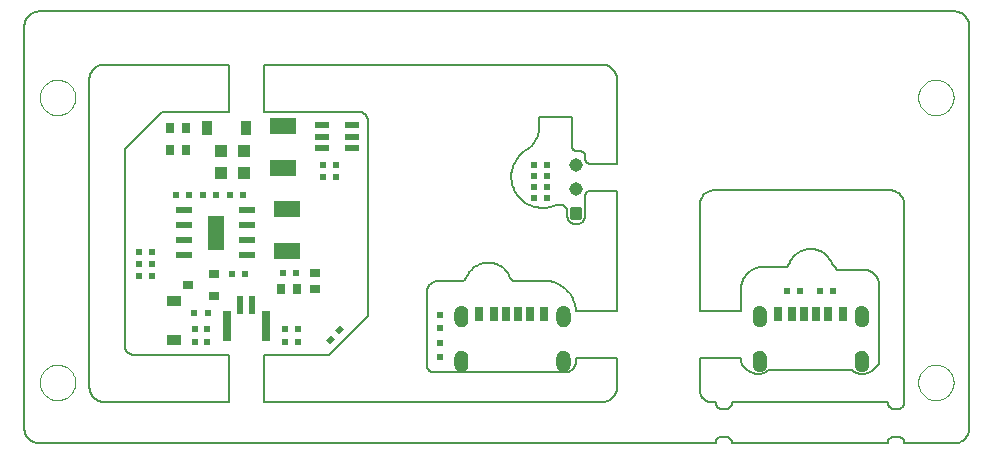
<source format=gtp>
G75*
G70*
%OFA0B0*%
%FSLAX24Y24*%
%IPPOS*%
%LPD*%
%AMOC8*
5,1,8,0,0,1.08239X$1,22.5*
%
%ADD10C,0.0050*%
%ADD11C,0.0000*%
%ADD12R,0.0197X0.0220*%
%ADD13R,0.0315X0.0472*%
%ADD14R,0.0250X0.0472*%
%ADD15C,0.0004*%
%ADD16R,0.0220X0.0197*%
%ADD17R,0.0236X0.0600*%
%ADD18R,0.0300X0.1040*%
%ADD19C,0.0450*%
%ADD20C,0.0120*%
%ADD21R,0.0433X0.0394*%
%ADD22R,0.0250X0.0197*%
%ADD23R,0.0472X0.0217*%
%ADD24R,0.0358X0.0480*%
%ADD25R,0.0906X0.0551*%
%ADD26R,0.0250X0.0354*%
%ADD27R,0.0354X0.0315*%
%ADD28R,0.0480X0.0358*%
%ADD29R,0.0551X0.0236*%
%ADD30R,0.0551X0.1181*%
%ADD31R,0.0354X0.0250*%
D10*
X001034Y000534D02*
X023572Y000534D01*
X023572Y000562D01*
X023576Y000590D01*
X023583Y000617D01*
X023594Y000643D01*
X023608Y000667D01*
X023625Y000689D01*
X023645Y000709D01*
X023667Y000726D01*
X023691Y000740D01*
X023717Y000751D01*
X023744Y000758D01*
X023772Y000762D01*
X023922Y000762D01*
X023950Y000758D01*
X023977Y000751D01*
X024003Y000740D01*
X024027Y000726D01*
X024049Y000709D01*
X024069Y000689D01*
X024086Y000667D01*
X024100Y000643D01*
X024111Y000617D01*
X024118Y000590D01*
X024122Y000562D01*
X024122Y000534D01*
X029309Y000534D01*
X029309Y000562D01*
X029313Y000590D01*
X029320Y000617D01*
X029331Y000643D01*
X029345Y000667D01*
X029362Y000689D01*
X029382Y000709D01*
X029404Y000726D01*
X029428Y000740D01*
X029454Y000751D01*
X029481Y000758D01*
X029509Y000762D01*
X029659Y000762D01*
X029688Y000758D01*
X029715Y000751D01*
X029741Y000741D01*
X029766Y000727D01*
X029789Y000710D01*
X029809Y000690D01*
X029827Y000668D01*
X029841Y000643D01*
X029853Y000617D01*
X029860Y000590D01*
X029864Y000562D01*
X029865Y000534D01*
X029864Y000534D02*
X031519Y000534D01*
X031518Y000533D02*
X031563Y000534D01*
X031606Y000540D01*
X031650Y000549D01*
X031692Y000562D01*
X031733Y000578D01*
X031772Y000598D01*
X031810Y000621D01*
X031845Y000648D01*
X031878Y000677D01*
X031908Y000710D01*
X031935Y000744D01*
X031959Y000781D01*
X031980Y000820D01*
X031998Y000861D01*
X032011Y000903D01*
X032021Y000946D01*
X032028Y000989D01*
X032030Y001033D01*
X032030Y001034D02*
X032030Y014435D01*
X032027Y014478D01*
X032021Y014522D01*
X032011Y014565D01*
X031997Y014607D01*
X031980Y014647D01*
X031959Y014686D01*
X031935Y014723D01*
X031908Y014758D01*
X031877Y014790D01*
X031845Y014819D01*
X031809Y014845D01*
X031772Y014869D01*
X031733Y014888D01*
X031692Y014905D01*
X031649Y014917D01*
X031606Y014926D01*
X031563Y014932D01*
X031518Y014933D01*
X031519Y014933D02*
X001034Y014933D01*
X000990Y014931D01*
X000947Y014926D01*
X000905Y014916D01*
X000863Y014903D01*
X000823Y014887D01*
X000784Y014867D01*
X000748Y014843D01*
X000713Y014817D01*
X000681Y014788D01*
X000651Y014756D01*
X000625Y014721D01*
X000601Y014684D01*
X000581Y014646D01*
X000564Y014606D01*
X000551Y014564D01*
X000542Y014522D01*
X000536Y014478D01*
X000534Y014435D01*
X000534Y001034D01*
X000536Y000990D01*
X000542Y000947D01*
X000551Y000905D01*
X000564Y000863D01*
X000581Y000823D01*
X000601Y000784D01*
X000624Y000747D01*
X000651Y000713D01*
X000680Y000680D01*
X000713Y000651D01*
X000747Y000624D01*
X000784Y000601D01*
X000823Y000581D01*
X000863Y000564D01*
X000905Y000551D01*
X000947Y000542D01*
X000990Y000536D01*
X001034Y000534D01*
X003249Y001912D02*
X007340Y001912D01*
X007340Y003486D01*
X004184Y003486D01*
X004150Y003488D01*
X004117Y003493D01*
X004084Y003502D01*
X004053Y003515D01*
X004023Y003531D01*
X003995Y003551D01*
X003970Y003573D01*
X003947Y003598D01*
X003927Y003626D01*
X003911Y003655D01*
X003898Y003687D01*
X003888Y003719D01*
X003882Y003752D01*
X003880Y003786D01*
X003880Y010336D01*
X005130Y011586D01*
X007340Y011586D01*
X007340Y013161D01*
X003175Y013161D01*
X003130Y013155D01*
X003086Y013146D01*
X003043Y013134D01*
X003002Y013117D01*
X002962Y013097D01*
X002923Y013073D01*
X002887Y013047D01*
X002854Y013017D01*
X002823Y012984D01*
X002795Y012949D01*
X002771Y012912D01*
X002749Y012872D01*
X002732Y012831D01*
X002718Y012788D01*
X002707Y012745D01*
X002701Y012700D01*
X002698Y012656D01*
X002699Y012611D01*
X002699Y002387D01*
X002704Y002345D01*
X002712Y002303D01*
X002724Y002262D01*
X002739Y002222D01*
X002757Y002184D01*
X002779Y002147D01*
X002803Y002112D01*
X002830Y002080D01*
X002860Y002049D01*
X002892Y002022D01*
X002926Y001997D01*
X002963Y001974D01*
X003001Y001955D01*
X003040Y001940D01*
X003081Y001927D01*
X003122Y001918D01*
X003164Y001912D01*
X003207Y001910D01*
X003249Y001911D01*
X008521Y001912D02*
X008521Y003486D01*
X010680Y003486D01*
X011980Y004786D01*
X011980Y011286D01*
X011978Y011320D01*
X011972Y011353D01*
X011963Y011385D01*
X011950Y011416D01*
X011934Y011446D01*
X011915Y011473D01*
X011892Y011498D01*
X011867Y011521D01*
X011840Y011540D01*
X011810Y011556D01*
X011779Y011569D01*
X011747Y011578D01*
X011714Y011584D01*
X011680Y011586D01*
X008521Y011586D01*
X008521Y013161D01*
X019741Y013161D01*
X020291Y012686D02*
X020291Y009857D01*
X019373Y009857D01*
X019350Y009861D01*
X019328Y009868D01*
X019307Y009878D01*
X019288Y009891D01*
X019271Y009907D01*
X019257Y009925D01*
X019245Y009945D01*
X019236Y009966D01*
X019230Y009988D01*
X019227Y010011D01*
X019228Y010034D01*
X019228Y010097D01*
X019228Y010120D01*
X019224Y010143D01*
X019218Y010165D01*
X019208Y010186D01*
X019196Y010205D01*
X019181Y010222D01*
X019163Y010237D01*
X019144Y010250D01*
X019123Y010259D01*
X019101Y010265D01*
X019078Y010269D01*
X018938Y010269D01*
X018938Y010270D02*
X018915Y010273D01*
X018893Y010280D01*
X018872Y010290D01*
X018852Y010303D01*
X018835Y010319D01*
X018819Y010336D01*
X018807Y010356D01*
X018798Y010378D01*
X018791Y010400D01*
X018788Y010423D01*
X018789Y010447D01*
X018788Y010447D02*
X018788Y011397D01*
X017688Y011397D01*
X017688Y010897D01*
X017688Y010896D02*
X017670Y010836D01*
X017648Y010777D01*
X017622Y010720D01*
X017593Y010664D01*
X017561Y010611D01*
X017525Y010559D01*
X017487Y010509D01*
X017446Y010462D01*
X017401Y010417D01*
X017355Y010376D01*
X017305Y010337D01*
X017254Y010301D01*
X017200Y010268D01*
X017200Y010269D02*
X017150Y010231D01*
X017102Y010190D01*
X017057Y010146D01*
X017015Y010100D01*
X016975Y010051D01*
X016939Y009999D01*
X016906Y009946D01*
X016876Y009891D01*
X016849Y009834D01*
X016826Y009775D01*
X016807Y009715D01*
X016791Y009654D01*
X016779Y009593D01*
X016770Y009530D01*
X016766Y009467D01*
X016765Y009405D01*
X016768Y009342D01*
X016775Y009279D01*
X016786Y009217D01*
X016800Y009156D01*
X016818Y009096D01*
X016840Y009037D01*
X016865Y008979D01*
X016894Y008923D01*
X016926Y008869D01*
X016961Y008817D01*
X016999Y008767D01*
X017040Y008719D01*
X017085Y008674D01*
X017131Y008632D01*
X017180Y008593D01*
X017232Y008557D01*
X017285Y008524D01*
X017341Y008494D01*
X017398Y008468D01*
X017456Y008445D01*
X017516Y008426D01*
X017577Y008410D01*
X017639Y008398D01*
X017701Y008390D01*
X017764Y008386D01*
X017827Y008385D01*
X017890Y008389D01*
X017952Y008396D01*
X018014Y008407D01*
X018076Y008421D01*
X018136Y008439D01*
X018195Y008461D01*
X018252Y008487D01*
X018253Y008486D02*
X018473Y008486D01*
X018623Y008336D01*
X018623Y008137D01*
X018622Y008137D02*
X018624Y008103D01*
X018630Y008070D01*
X018639Y008037D01*
X018652Y008006D01*
X018668Y007976D01*
X018688Y007948D01*
X018711Y007923D01*
X018736Y007900D01*
X018764Y007880D01*
X018794Y007864D01*
X018825Y007851D01*
X018858Y007842D01*
X018891Y007836D01*
X018925Y007834D01*
X018959Y007836D01*
X018992Y007842D01*
X019025Y007851D01*
X019056Y007864D01*
X019086Y007880D01*
X019114Y007900D01*
X019139Y007923D01*
X019162Y007948D01*
X019182Y007976D01*
X019198Y008006D01*
X019211Y008037D01*
X019220Y008070D01*
X019226Y008103D01*
X019228Y008137D01*
X019228Y008808D01*
X019231Y008831D01*
X019238Y008853D01*
X019248Y008874D01*
X019261Y008894D01*
X019276Y008911D01*
X019294Y008926D01*
X019314Y008938D01*
X019335Y008948D01*
X019358Y008954D01*
X019381Y008957D01*
X019404Y008956D01*
X019404Y008957D02*
X020291Y008957D01*
X020291Y004942D01*
X018913Y004942D01*
X018913Y004998D01*
X018905Y005061D01*
X018893Y005124D01*
X018877Y005187D01*
X018858Y005248D01*
X018835Y005308D01*
X018808Y005366D01*
X018778Y005423D01*
X018744Y005478D01*
X018707Y005531D01*
X018667Y005581D01*
X018624Y005629D01*
X018579Y005674D01*
X018530Y005716D01*
X018480Y005756D01*
X018426Y005792D01*
X018371Y005825D01*
X018314Y005854D01*
X018255Y005880D01*
X018195Y005903D01*
X018134Y005922D01*
X018071Y005937D01*
X018008Y005948D01*
X017944Y005955D01*
X017880Y005959D01*
X017816Y005958D01*
X017751Y005954D01*
X017751Y005955D02*
X016819Y005955D01*
X016795Y005970D01*
X016772Y005988D01*
X016752Y006008D01*
X016734Y006031D01*
X016719Y006055D01*
X016699Y006105D01*
X016676Y006153D01*
X016649Y006200D01*
X016619Y006245D01*
X016585Y006287D01*
X016549Y006327D01*
X016511Y006365D01*
X016469Y006399D01*
X016426Y006431D01*
X016380Y006460D01*
X016332Y006485D01*
X016283Y006507D01*
X016233Y006525D01*
X016181Y006540D01*
X016128Y006551D01*
X016075Y006559D01*
X016021Y006563D01*
X015967Y006563D01*
X015913Y006559D01*
X015860Y006551D01*
X015807Y006540D01*
X015755Y006525D01*
X015705Y006507D01*
X015656Y006485D01*
X015608Y006460D01*
X015562Y006431D01*
X015519Y006399D01*
X015477Y006365D01*
X015439Y006327D01*
X015403Y006287D01*
X015369Y006245D01*
X015339Y006200D01*
X015312Y006153D01*
X015289Y006105D01*
X015269Y006055D01*
X015169Y005955D02*
X014319Y005955D01*
X014319Y005954D02*
X014281Y005950D01*
X014244Y005943D01*
X014208Y005933D01*
X014173Y005919D01*
X014139Y005901D01*
X014108Y005881D01*
X014078Y005857D01*
X014051Y005830D01*
X014027Y005802D01*
X014006Y005770D01*
X013988Y005737D01*
X013973Y005702D01*
X013962Y005666D01*
X013954Y005629D01*
X013950Y005592D01*
X013949Y005554D01*
X013949Y005555D02*
X013949Y003149D01*
X013951Y003119D01*
X013956Y003089D01*
X013965Y003060D01*
X013978Y003033D01*
X013993Y003007D01*
X014012Y002983D01*
X014033Y002962D01*
X014057Y002943D01*
X014083Y002928D01*
X014110Y002915D01*
X014139Y002906D01*
X014169Y002901D01*
X014199Y002899D01*
X018559Y002899D01*
X018913Y003247D02*
X018913Y003367D01*
X020291Y003367D01*
X020291Y002462D01*
X020291Y002461D02*
X020292Y002419D01*
X020290Y002376D01*
X020284Y002334D01*
X020275Y002293D01*
X020262Y002252D01*
X020247Y002213D01*
X020228Y002175D01*
X020205Y002138D01*
X020180Y002104D01*
X020153Y002072D01*
X020122Y002042D01*
X020090Y002015D01*
X020055Y001991D01*
X020018Y001969D01*
X019980Y001951D01*
X019940Y001936D01*
X019899Y001924D01*
X019857Y001916D01*
X019815Y001911D01*
X019815Y001912D02*
X008521Y001912D01*
X015168Y005955D02*
X015192Y005970D01*
X015215Y005988D01*
X015235Y006008D01*
X015253Y006031D01*
X015268Y006055D01*
X018559Y002899D02*
X018596Y002901D01*
X018632Y002906D01*
X018668Y002915D01*
X018702Y002928D01*
X018735Y002945D01*
X018766Y002964D01*
X018795Y002987D01*
X018821Y003013D01*
X018844Y003041D01*
X018865Y003072D01*
X018882Y003105D01*
X018895Y003139D01*
X018905Y003174D01*
X018911Y003211D01*
X018913Y003247D01*
X023047Y003367D02*
X023047Y002275D01*
X023046Y002275D02*
X023051Y002237D01*
X023060Y002199D01*
X023072Y002162D01*
X023088Y002127D01*
X023107Y002093D01*
X023130Y002061D01*
X023155Y002032D01*
X023184Y002005D01*
X023214Y001981D01*
X023247Y001961D01*
X023282Y001943D01*
X023318Y001929D01*
X023356Y001919D01*
X023394Y001913D01*
X023433Y001910D01*
X023472Y001911D01*
X023472Y001912D02*
X023572Y001912D01*
X023572Y001884D01*
X023576Y001856D01*
X023583Y001829D01*
X023594Y001803D01*
X023608Y001779D01*
X023625Y001757D01*
X023645Y001737D01*
X023667Y001720D01*
X023691Y001706D01*
X023717Y001695D01*
X023744Y001688D01*
X023772Y001684D01*
X023922Y001684D01*
X023950Y001688D01*
X023977Y001695D01*
X024003Y001706D01*
X024027Y001720D01*
X024049Y001737D01*
X024069Y001757D01*
X024086Y001779D01*
X024100Y001803D01*
X024111Y001829D01*
X024118Y001856D01*
X024122Y001884D01*
X024122Y001912D01*
X029309Y001912D01*
X029309Y001884D01*
X029313Y001856D01*
X029320Y001829D01*
X029331Y001803D01*
X029345Y001779D01*
X029362Y001757D01*
X029382Y001737D01*
X029404Y001720D01*
X029428Y001706D01*
X029454Y001695D01*
X029481Y001688D01*
X029509Y001684D01*
X029659Y001684D01*
X029659Y001683D02*
X029688Y001687D01*
X029715Y001694D01*
X029741Y001704D01*
X029766Y001718D01*
X029789Y001735D01*
X029809Y001755D01*
X029827Y001777D01*
X029841Y001802D01*
X029853Y001828D01*
X029860Y001855D01*
X029864Y001883D01*
X029865Y001911D01*
X029864Y001912D02*
X029864Y008502D01*
X029865Y008502D02*
X029860Y008544D01*
X029852Y008586D01*
X029840Y008627D01*
X029825Y008667D01*
X029807Y008705D01*
X029785Y008742D01*
X029761Y008777D01*
X029734Y008809D01*
X029704Y008840D01*
X029672Y008867D01*
X029638Y008892D01*
X029601Y008915D01*
X029563Y008934D01*
X029524Y008949D01*
X029483Y008962D01*
X029442Y008971D01*
X029400Y008977D01*
X029357Y008979D01*
X029315Y008978D01*
X029314Y008977D02*
X023522Y008977D01*
X023522Y008978D02*
X023477Y008972D01*
X023433Y008963D01*
X023390Y008951D01*
X023349Y008934D01*
X023309Y008914D01*
X023270Y008890D01*
X023234Y008864D01*
X023201Y008834D01*
X023170Y008801D01*
X023142Y008766D01*
X023118Y008729D01*
X023096Y008689D01*
X023079Y008648D01*
X023065Y008605D01*
X023054Y008562D01*
X023048Y008517D01*
X023045Y008473D01*
X023046Y008428D01*
X023047Y008427D02*
X023047Y004942D01*
X024425Y004942D01*
X024425Y005745D01*
X024431Y005797D01*
X024441Y005849D01*
X024454Y005900D01*
X024471Y005950D01*
X024492Y005998D01*
X024516Y006045D01*
X024544Y006090D01*
X024575Y006132D01*
X024609Y006173D01*
X024646Y006210D01*
X024685Y006245D01*
X024727Y006277D01*
X024771Y006306D01*
X024817Y006331D01*
X024865Y006353D01*
X024915Y006372D01*
X024965Y006386D01*
X025017Y006397D01*
X025069Y006404D01*
X025069Y006405D02*
X025919Y006405D01*
X025942Y006420D01*
X025965Y006438D01*
X025985Y006458D01*
X026003Y006481D01*
X026018Y006505D01*
X026019Y006505D02*
X026039Y006555D01*
X026062Y006603D01*
X026089Y006650D01*
X026119Y006695D01*
X026153Y006737D01*
X026189Y006777D01*
X026227Y006815D01*
X026269Y006849D01*
X026312Y006881D01*
X026358Y006910D01*
X026406Y006935D01*
X026455Y006957D01*
X026505Y006975D01*
X026557Y006990D01*
X026610Y007001D01*
X026663Y007009D01*
X026717Y007013D01*
X026771Y007013D01*
X026825Y007009D01*
X026878Y007001D01*
X026931Y006990D01*
X026983Y006975D01*
X027033Y006957D01*
X027082Y006935D01*
X027130Y006910D01*
X027176Y006881D01*
X027219Y006849D01*
X027261Y006815D01*
X027299Y006777D01*
X027335Y006737D01*
X027369Y006695D01*
X027399Y006650D01*
X027426Y006603D01*
X027449Y006555D01*
X027469Y006505D01*
X027491Y006470D01*
X027515Y006438D01*
X027542Y006407D01*
X027571Y006378D01*
X027602Y006351D01*
X027634Y006327D01*
X027669Y006305D01*
X028601Y006305D01*
X028601Y006304D02*
X028643Y006297D01*
X028684Y006286D01*
X028724Y006272D01*
X028762Y006254D01*
X028799Y006233D01*
X028834Y006208D01*
X028866Y006181D01*
X028896Y006151D01*
X028924Y006119D01*
X028948Y006084D01*
X028969Y006048D01*
X028988Y006009D01*
X029002Y005969D01*
X029013Y005928D01*
X029021Y005887D01*
X029024Y005845D01*
X029025Y005845D02*
X029025Y003231D01*
X029024Y003231D02*
X029004Y003187D01*
X028980Y003145D01*
X028953Y003105D01*
X028923Y003067D01*
X028890Y003032D01*
X028854Y002999D01*
X028816Y002969D01*
X028776Y002942D01*
X028733Y002919D01*
X028689Y002899D01*
X028644Y002882D01*
X028597Y002869D01*
X028550Y002860D01*
X028502Y002855D01*
X028453Y002853D01*
X028405Y002855D01*
X028357Y002861D01*
X028310Y002871D01*
X028263Y002884D01*
X028218Y002901D01*
X028121Y002995D02*
X025331Y002995D01*
X025330Y002995D02*
X025316Y002971D01*
X025299Y002949D01*
X025278Y002930D01*
X025255Y002914D01*
X025231Y002901D01*
X024425Y003231D02*
X024425Y003367D01*
X023047Y003367D01*
X024425Y003231D02*
X024445Y003187D01*
X024469Y003145D01*
X024496Y003105D01*
X024526Y003067D01*
X024559Y003032D01*
X024595Y002999D01*
X024633Y002969D01*
X024673Y002942D01*
X024716Y002919D01*
X024760Y002899D01*
X024805Y002882D01*
X024852Y002869D01*
X024899Y002860D01*
X024947Y002855D01*
X024996Y002853D01*
X025044Y002855D01*
X025092Y002861D01*
X025139Y002871D01*
X025186Y002884D01*
X025231Y002901D01*
X028121Y002995D02*
X028135Y002971D01*
X028152Y002949D01*
X028171Y002930D01*
X028194Y002914D01*
X028218Y002901D01*
X020291Y012685D02*
X020286Y012727D01*
X020278Y012769D01*
X020266Y012810D01*
X020251Y012850D01*
X020233Y012888D01*
X020211Y012925D01*
X020187Y012960D01*
X020160Y012992D01*
X020130Y013023D01*
X020098Y013050D01*
X020064Y013075D01*
X020027Y013098D01*
X019989Y013117D01*
X019950Y013132D01*
X019909Y013145D01*
X019868Y013154D01*
X019826Y013160D01*
X019783Y013162D01*
X019741Y013161D01*
D11*
X030325Y012065D02*
X030327Y012113D01*
X030333Y012161D01*
X030343Y012208D01*
X030356Y012254D01*
X030374Y012299D01*
X030394Y012343D01*
X030419Y012385D01*
X030447Y012424D01*
X030477Y012461D01*
X030511Y012495D01*
X030548Y012527D01*
X030586Y012556D01*
X030627Y012581D01*
X030670Y012603D01*
X030715Y012621D01*
X030761Y012635D01*
X030808Y012646D01*
X030856Y012653D01*
X030904Y012656D01*
X030952Y012655D01*
X031000Y012650D01*
X031048Y012641D01*
X031094Y012629D01*
X031139Y012612D01*
X031183Y012592D01*
X031225Y012569D01*
X031265Y012542D01*
X031303Y012512D01*
X031338Y012479D01*
X031370Y012443D01*
X031400Y012405D01*
X031426Y012364D01*
X031448Y012321D01*
X031468Y012277D01*
X031483Y012232D01*
X031495Y012185D01*
X031503Y012137D01*
X031507Y012089D01*
X031507Y012041D01*
X031503Y011993D01*
X031495Y011945D01*
X031483Y011898D01*
X031468Y011853D01*
X031448Y011809D01*
X031426Y011766D01*
X031400Y011725D01*
X031370Y011687D01*
X031338Y011651D01*
X031303Y011618D01*
X031265Y011588D01*
X031225Y011561D01*
X031183Y011538D01*
X031139Y011518D01*
X031094Y011501D01*
X031048Y011489D01*
X031000Y011480D01*
X030952Y011475D01*
X030904Y011474D01*
X030856Y011477D01*
X030808Y011484D01*
X030761Y011495D01*
X030715Y011509D01*
X030670Y011527D01*
X030627Y011549D01*
X030586Y011574D01*
X030548Y011603D01*
X030511Y011635D01*
X030477Y011669D01*
X030447Y011706D01*
X030419Y011745D01*
X030394Y011787D01*
X030374Y011831D01*
X030356Y011876D01*
X030343Y011922D01*
X030333Y011969D01*
X030327Y012017D01*
X030325Y012065D01*
X030325Y002565D02*
X030327Y002613D01*
X030333Y002661D01*
X030343Y002708D01*
X030356Y002754D01*
X030374Y002799D01*
X030394Y002843D01*
X030419Y002885D01*
X030447Y002924D01*
X030477Y002961D01*
X030511Y002995D01*
X030548Y003027D01*
X030586Y003056D01*
X030627Y003081D01*
X030670Y003103D01*
X030715Y003121D01*
X030761Y003135D01*
X030808Y003146D01*
X030856Y003153D01*
X030904Y003156D01*
X030952Y003155D01*
X031000Y003150D01*
X031048Y003141D01*
X031094Y003129D01*
X031139Y003112D01*
X031183Y003092D01*
X031225Y003069D01*
X031265Y003042D01*
X031303Y003012D01*
X031338Y002979D01*
X031370Y002943D01*
X031400Y002905D01*
X031426Y002864D01*
X031448Y002821D01*
X031468Y002777D01*
X031483Y002732D01*
X031495Y002685D01*
X031503Y002637D01*
X031507Y002589D01*
X031507Y002541D01*
X031503Y002493D01*
X031495Y002445D01*
X031483Y002398D01*
X031468Y002353D01*
X031448Y002309D01*
X031426Y002266D01*
X031400Y002225D01*
X031370Y002187D01*
X031338Y002151D01*
X031303Y002118D01*
X031265Y002088D01*
X031225Y002061D01*
X031183Y002038D01*
X031139Y002018D01*
X031094Y002001D01*
X031048Y001989D01*
X031000Y001980D01*
X030952Y001975D01*
X030904Y001974D01*
X030856Y001977D01*
X030808Y001984D01*
X030761Y001995D01*
X030715Y002009D01*
X030670Y002027D01*
X030627Y002049D01*
X030586Y002074D01*
X030548Y002103D01*
X030511Y002135D01*
X030477Y002169D01*
X030447Y002206D01*
X030419Y002245D01*
X030394Y002287D01*
X030374Y002331D01*
X030356Y002376D01*
X030343Y002422D01*
X030333Y002469D01*
X030327Y002517D01*
X030325Y002565D01*
X001046Y002565D02*
X001048Y002613D01*
X001054Y002661D01*
X001064Y002708D01*
X001077Y002754D01*
X001095Y002799D01*
X001115Y002843D01*
X001140Y002885D01*
X001168Y002924D01*
X001198Y002961D01*
X001232Y002995D01*
X001269Y003027D01*
X001307Y003056D01*
X001348Y003081D01*
X001391Y003103D01*
X001436Y003121D01*
X001482Y003135D01*
X001529Y003146D01*
X001577Y003153D01*
X001625Y003156D01*
X001673Y003155D01*
X001721Y003150D01*
X001769Y003141D01*
X001815Y003129D01*
X001860Y003112D01*
X001904Y003092D01*
X001946Y003069D01*
X001986Y003042D01*
X002024Y003012D01*
X002059Y002979D01*
X002091Y002943D01*
X002121Y002905D01*
X002147Y002864D01*
X002169Y002821D01*
X002189Y002777D01*
X002204Y002732D01*
X002216Y002685D01*
X002224Y002637D01*
X002228Y002589D01*
X002228Y002541D01*
X002224Y002493D01*
X002216Y002445D01*
X002204Y002398D01*
X002189Y002353D01*
X002169Y002309D01*
X002147Y002266D01*
X002121Y002225D01*
X002091Y002187D01*
X002059Y002151D01*
X002024Y002118D01*
X001986Y002088D01*
X001946Y002061D01*
X001904Y002038D01*
X001860Y002018D01*
X001815Y002001D01*
X001769Y001989D01*
X001721Y001980D01*
X001673Y001975D01*
X001625Y001974D01*
X001577Y001977D01*
X001529Y001984D01*
X001482Y001995D01*
X001436Y002009D01*
X001391Y002027D01*
X001348Y002049D01*
X001307Y002074D01*
X001269Y002103D01*
X001232Y002135D01*
X001198Y002169D01*
X001168Y002206D01*
X001140Y002245D01*
X001115Y002287D01*
X001095Y002331D01*
X001077Y002376D01*
X001064Y002422D01*
X001054Y002469D01*
X001048Y002517D01*
X001046Y002565D01*
X001046Y012065D02*
X001048Y012113D01*
X001054Y012161D01*
X001064Y012208D01*
X001077Y012254D01*
X001095Y012299D01*
X001115Y012343D01*
X001140Y012385D01*
X001168Y012424D01*
X001198Y012461D01*
X001232Y012495D01*
X001269Y012527D01*
X001307Y012556D01*
X001348Y012581D01*
X001391Y012603D01*
X001436Y012621D01*
X001482Y012635D01*
X001529Y012646D01*
X001577Y012653D01*
X001625Y012656D01*
X001673Y012655D01*
X001721Y012650D01*
X001769Y012641D01*
X001815Y012629D01*
X001860Y012612D01*
X001904Y012592D01*
X001946Y012569D01*
X001986Y012542D01*
X002024Y012512D01*
X002059Y012479D01*
X002091Y012443D01*
X002121Y012405D01*
X002147Y012364D01*
X002169Y012321D01*
X002189Y012277D01*
X002204Y012232D01*
X002216Y012185D01*
X002224Y012137D01*
X002228Y012089D01*
X002228Y012041D01*
X002224Y011993D01*
X002216Y011945D01*
X002204Y011898D01*
X002189Y011853D01*
X002169Y011809D01*
X002147Y011766D01*
X002121Y011725D01*
X002091Y011687D01*
X002059Y011651D01*
X002024Y011618D01*
X001986Y011588D01*
X001946Y011561D01*
X001904Y011538D01*
X001860Y011518D01*
X001815Y011501D01*
X001769Y011489D01*
X001721Y011480D01*
X001673Y011475D01*
X001625Y011474D01*
X001577Y011477D01*
X001529Y011484D01*
X001482Y011495D01*
X001436Y011509D01*
X001391Y011527D01*
X001348Y011549D01*
X001307Y011574D01*
X001269Y011603D01*
X001232Y011635D01*
X001198Y011669D01*
X001168Y011706D01*
X001140Y011745D01*
X001115Y011787D01*
X001095Y011831D01*
X001077Y011876D01*
X001064Y011922D01*
X001054Y011969D01*
X001048Y012017D01*
X001046Y012065D01*
D12*
X014396Y004824D03*
X014396Y004377D03*
X014396Y003874D03*
X014396Y003427D03*
X009655Y003910D03*
X009230Y003910D03*
X009230Y004357D03*
X009655Y004357D03*
X006630Y004357D03*
X006205Y004357D03*
X006205Y003910D03*
X006630Y003910D03*
D13*
X015699Y004832D03*
X016183Y004832D03*
X017380Y004832D03*
X017864Y004832D03*
X025642Y004832D03*
X026126Y004832D03*
X027323Y004832D03*
X027807Y004832D03*
D14*
X026921Y004832D03*
X026528Y004832D03*
X016979Y004832D03*
X016585Y004832D03*
D15*
X015303Y004833D02*
X014870Y004833D01*
X014870Y004831D02*
X015303Y004831D01*
X015303Y004828D02*
X014870Y004828D01*
X014870Y004826D02*
X015303Y004826D01*
X015303Y004823D02*
X014870Y004823D01*
X014870Y004821D02*
X015303Y004821D01*
X015303Y004818D02*
X014870Y004818D01*
X014870Y004816D02*
X015303Y004816D01*
X015303Y004814D02*
X014870Y004814D01*
X014870Y004811D02*
X015303Y004811D01*
X015303Y004809D02*
X014870Y004809D01*
X014870Y004806D02*
X015303Y004806D01*
X015303Y004804D02*
X014870Y004804D01*
X014870Y004801D02*
X015303Y004801D01*
X015303Y004799D02*
X014870Y004799D01*
X014870Y004796D02*
X015303Y004796D01*
X015303Y004794D02*
X014870Y004794D01*
X014870Y004792D02*
X015303Y004792D01*
X015303Y004789D02*
X014870Y004789D01*
X014870Y004787D02*
X015303Y004787D01*
X015303Y004784D02*
X014870Y004784D01*
X014870Y004782D02*
X015303Y004782D01*
X015303Y004779D02*
X014870Y004779D01*
X014870Y004777D02*
X015303Y004777D01*
X015303Y004775D02*
X014870Y004775D01*
X014870Y004772D02*
X015303Y004772D01*
X015303Y004770D02*
X014870Y004770D01*
X014870Y004767D02*
X015303Y004767D01*
X015303Y004765D02*
X014870Y004765D01*
X014870Y004762D02*
X015303Y004762D01*
X015303Y004760D02*
X014870Y004760D01*
X014870Y004757D02*
X015303Y004757D01*
X015303Y004755D02*
X014870Y004755D01*
X014870Y004753D02*
X015303Y004753D01*
X015303Y004750D02*
X014870Y004750D01*
X014870Y004748D02*
X015303Y004748D01*
X015303Y004745D02*
X014870Y004745D01*
X014870Y004743D02*
X015303Y004743D01*
X015303Y004740D02*
X014870Y004740D01*
X014870Y004738D02*
X015303Y004738D01*
X015303Y004736D02*
X014870Y004736D01*
X014870Y004733D02*
X015303Y004733D01*
X015303Y004731D02*
X014870Y004731D01*
X014870Y004728D02*
X015303Y004728D01*
X015303Y004726D02*
X014870Y004726D01*
X014870Y004723D02*
X015303Y004723D01*
X015303Y004721D02*
X014870Y004721D01*
X014870Y004718D02*
X015303Y004718D01*
X015303Y004716D02*
X014870Y004716D01*
X014870Y004714D02*
X015303Y004714D01*
X015303Y004711D02*
X014870Y004711D01*
X014870Y004709D02*
X015303Y004709D01*
X015303Y004706D02*
X014870Y004706D01*
X014870Y004704D02*
X015303Y004704D01*
X015303Y004701D02*
X014870Y004701D01*
X014870Y004699D02*
X015303Y004699D01*
X015303Y004697D02*
X014870Y004697D01*
X014870Y004694D02*
X015303Y004694D01*
X015303Y004692D02*
X014870Y004692D01*
X014870Y004689D02*
X015303Y004689D01*
X015303Y004687D02*
X014870Y004687D01*
X014870Y004684D02*
X015303Y004684D01*
X015303Y004682D02*
X014870Y004682D01*
X014870Y004679D02*
X015303Y004679D01*
X015303Y004677D02*
X014870Y004677D01*
X014870Y004675D02*
X015303Y004675D01*
X015303Y004672D02*
X014870Y004672D01*
X014870Y004670D02*
X015303Y004670D01*
X015303Y004667D02*
X014870Y004667D01*
X014870Y004665D02*
X015303Y004665D01*
X015303Y004662D02*
X014870Y004662D01*
X014870Y004660D02*
X015303Y004660D01*
X015303Y004658D02*
X014870Y004658D01*
X014870Y004660D02*
X014875Y004616D01*
X015300Y004616D01*
X015300Y004614D02*
X014876Y004614D01*
X014875Y004616D02*
X014889Y004575D01*
X014910Y004537D01*
X014939Y004504D01*
X014973Y004477D01*
X015213Y004477D01*
X015209Y004475D02*
X014978Y004475D01*
X014973Y004477D02*
X015012Y004457D01*
X015055Y004446D01*
X015098Y004442D01*
X015143Y004447D01*
X015186Y004461D01*
X015224Y004484D01*
X015257Y004515D01*
X015282Y004553D01*
X014901Y004553D01*
X014900Y004555D02*
X015283Y004555D01*
X015283Y004558D02*
X014898Y004558D01*
X014897Y004560D02*
X015284Y004560D01*
X015285Y004562D02*
X014896Y004562D01*
X014894Y004565D02*
X015286Y004565D01*
X015287Y004567D02*
X014893Y004567D01*
X014892Y004570D02*
X015288Y004570D01*
X015289Y004572D02*
X014890Y004572D01*
X014889Y004575D02*
X015290Y004575D01*
X015291Y004577D02*
X014888Y004577D01*
X014887Y004580D02*
X015292Y004580D01*
X015293Y004582D02*
X014886Y004582D01*
X014885Y004584D02*
X015293Y004584D01*
X015294Y004587D02*
X014885Y004587D01*
X014884Y004589D02*
X015295Y004589D01*
X015296Y004592D02*
X014883Y004592D01*
X014882Y004594D02*
X015297Y004594D01*
X015297Y004595D02*
X015282Y004553D01*
X015280Y004550D02*
X014903Y004550D01*
X014904Y004548D02*
X015278Y004548D01*
X015277Y004545D02*
X014905Y004545D01*
X014907Y004543D02*
X015275Y004543D01*
X015274Y004541D02*
X014908Y004541D01*
X014910Y004538D02*
X015272Y004538D01*
X015270Y004536D02*
X014911Y004536D01*
X014913Y004533D02*
X015269Y004533D01*
X015267Y004531D02*
X014915Y004531D01*
X014918Y004528D02*
X015266Y004528D01*
X015264Y004526D02*
X014920Y004526D01*
X014922Y004523D02*
X015262Y004523D01*
X015261Y004521D02*
X014924Y004521D01*
X014926Y004519D02*
X015259Y004519D01*
X015258Y004516D02*
X014928Y004516D01*
X014930Y004514D02*
X015256Y004514D01*
X015253Y004511D02*
X014932Y004511D01*
X014934Y004509D02*
X015251Y004509D01*
X015248Y004506D02*
X014936Y004506D01*
X014939Y004504D02*
X015245Y004504D01*
X015243Y004502D02*
X014942Y004502D01*
X014945Y004499D02*
X015240Y004499D01*
X015238Y004497D02*
X014948Y004497D01*
X014951Y004494D02*
X015235Y004494D01*
X015233Y004492D02*
X014954Y004492D01*
X014957Y004489D02*
X015230Y004489D01*
X015228Y004487D02*
X014960Y004487D01*
X014964Y004484D02*
X015225Y004484D01*
X015222Y004482D02*
X014967Y004482D01*
X014970Y004480D02*
X015218Y004480D01*
X015205Y004472D02*
X014982Y004472D01*
X014987Y004470D02*
X015201Y004470D01*
X015197Y004467D02*
X014992Y004467D01*
X014997Y004465D02*
X015193Y004465D01*
X015189Y004463D02*
X015002Y004463D01*
X015007Y004460D02*
X015184Y004460D01*
X015177Y004458D02*
X015012Y004458D01*
X015020Y004455D02*
X015170Y004455D01*
X015162Y004453D02*
X015028Y004453D01*
X015037Y004450D02*
X015155Y004450D01*
X015147Y004448D02*
X015046Y004448D01*
X015056Y004445D02*
X015131Y004445D01*
X015105Y004443D02*
X015090Y004443D01*
X015297Y004595D02*
X015303Y004639D01*
X015303Y004876D01*
X015300Y004921D01*
X014872Y004921D01*
X014872Y004923D02*
X015299Y004923D01*
X015300Y004921D02*
X015288Y004964D01*
X015268Y005005D01*
X015240Y005040D01*
X014924Y005040D01*
X014922Y005038D02*
X015242Y005038D01*
X015240Y005040D02*
X015206Y005070D01*
X015166Y005092D01*
X015123Y005107D01*
X015079Y005112D01*
X015031Y005106D01*
X015126Y005106D01*
X015133Y005104D02*
X015024Y005104D01*
X015018Y005101D02*
X015140Y005101D01*
X015148Y005099D02*
X015011Y005099D01*
X015004Y005096D02*
X015155Y005096D01*
X015162Y005094D02*
X014998Y005094D01*
X014991Y005091D02*
X015168Y005091D01*
X015173Y005089D02*
X014985Y005089D01*
X014987Y005090D02*
X015031Y005106D01*
X015048Y005108D02*
X015110Y005108D01*
X015090Y005111D02*
X015067Y005111D01*
X014987Y005090D02*
X014947Y005064D01*
X014914Y005029D01*
X014889Y004989D01*
X015276Y004989D01*
X015277Y004987D02*
X014888Y004987D01*
X014889Y004989D02*
X014874Y004943D01*
X014870Y004896D01*
X014870Y004660D01*
X014870Y004655D02*
X015303Y004655D01*
X015303Y004653D02*
X014870Y004653D01*
X014871Y004650D02*
X015303Y004650D01*
X015303Y004648D02*
X014871Y004648D01*
X014871Y004645D02*
X015303Y004645D01*
X015303Y004643D02*
X014872Y004643D01*
X014872Y004640D02*
X015303Y004640D01*
X015303Y004638D02*
X014872Y004638D01*
X014873Y004636D02*
X015303Y004636D01*
X015302Y004633D02*
X014873Y004633D01*
X014873Y004631D02*
X015302Y004631D01*
X015302Y004628D02*
X014873Y004628D01*
X014874Y004626D02*
X015301Y004626D01*
X015301Y004623D02*
X014874Y004623D01*
X014874Y004621D02*
X015301Y004621D01*
X015300Y004619D02*
X014875Y004619D01*
X014877Y004611D02*
X015299Y004611D01*
X015299Y004609D02*
X014877Y004609D01*
X014878Y004606D02*
X015299Y004606D01*
X015299Y004604D02*
X014879Y004604D01*
X014880Y004601D02*
X015298Y004601D01*
X015298Y004599D02*
X014881Y004599D01*
X014881Y004597D02*
X015298Y004597D01*
X015303Y004835D02*
X014870Y004835D01*
X014870Y004838D02*
X015303Y004838D01*
X015303Y004840D02*
X014870Y004840D01*
X014870Y004843D02*
X015303Y004843D01*
X015303Y004845D02*
X014870Y004845D01*
X014870Y004848D02*
X015303Y004848D01*
X015303Y004850D02*
X014870Y004850D01*
X014870Y004853D02*
X015303Y004853D01*
X015303Y004855D02*
X014870Y004855D01*
X014870Y004857D02*
X015303Y004857D01*
X015303Y004860D02*
X014870Y004860D01*
X014870Y004862D02*
X015303Y004862D01*
X015303Y004865D02*
X014870Y004865D01*
X014870Y004867D02*
X015303Y004867D01*
X015303Y004870D02*
X014870Y004870D01*
X014870Y004872D02*
X015303Y004872D01*
X015303Y004874D02*
X014870Y004874D01*
X014870Y004877D02*
X015303Y004877D01*
X015303Y004879D02*
X014870Y004879D01*
X014870Y004882D02*
X015303Y004882D01*
X015303Y004884D02*
X014870Y004884D01*
X014870Y004887D02*
X015302Y004887D01*
X015302Y004889D02*
X014870Y004889D01*
X014870Y004892D02*
X015302Y004892D01*
X015302Y004894D02*
X014870Y004894D01*
X014870Y004896D02*
X015302Y004896D01*
X015302Y004899D02*
X014870Y004899D01*
X014870Y004901D02*
X015301Y004901D01*
X015301Y004904D02*
X014870Y004904D01*
X014871Y004906D02*
X015301Y004906D01*
X015301Y004909D02*
X014871Y004909D01*
X014871Y004911D02*
X015301Y004911D01*
X015300Y004913D02*
X014871Y004913D01*
X014871Y004916D02*
X015300Y004916D01*
X015300Y004918D02*
X014872Y004918D01*
X014872Y004926D02*
X015299Y004926D01*
X015298Y004928D02*
X014873Y004928D01*
X014873Y004931D02*
X015297Y004931D01*
X015297Y004933D02*
X014873Y004933D01*
X014873Y004935D02*
X015296Y004935D01*
X015295Y004938D02*
X014874Y004938D01*
X014874Y004940D02*
X015295Y004940D01*
X015294Y004943D02*
X014874Y004943D01*
X014875Y004945D02*
X015293Y004945D01*
X015293Y004948D02*
X014875Y004948D01*
X014876Y004950D02*
X015292Y004950D01*
X015291Y004952D02*
X014877Y004952D01*
X014878Y004955D02*
X015291Y004955D01*
X015290Y004957D02*
X014879Y004957D01*
X014879Y004960D02*
X015289Y004960D01*
X015289Y004962D02*
X014880Y004962D01*
X014881Y004965D02*
X015288Y004965D01*
X015287Y004967D02*
X014882Y004967D01*
X014883Y004970D02*
X015285Y004970D01*
X015284Y004972D02*
X014883Y004972D01*
X014884Y004974D02*
X015283Y004974D01*
X015282Y004977D02*
X014885Y004977D01*
X014886Y004979D02*
X015280Y004979D01*
X015279Y004982D02*
X014887Y004982D01*
X014888Y004984D02*
X015278Y004984D01*
X015274Y004991D02*
X014891Y004991D01*
X014892Y004994D02*
X015273Y004994D01*
X015272Y004996D02*
X014894Y004996D01*
X014895Y004999D02*
X015271Y004999D01*
X015269Y005001D02*
X014897Y005001D01*
X014898Y005004D02*
X015268Y005004D01*
X015267Y005006D02*
X014900Y005006D01*
X014901Y005008D02*
X015265Y005008D01*
X015263Y005011D02*
X014902Y005011D01*
X014904Y005013D02*
X015261Y005013D01*
X015259Y005016D02*
X014905Y005016D01*
X014907Y005018D02*
X015257Y005018D01*
X015255Y005021D02*
X014908Y005021D01*
X014910Y005023D02*
X015253Y005023D01*
X015252Y005026D02*
X014911Y005026D01*
X014913Y005028D02*
X015250Y005028D01*
X015248Y005030D02*
X014915Y005030D01*
X014917Y005033D02*
X015246Y005033D01*
X015244Y005035D02*
X014919Y005035D01*
X014926Y005043D02*
X015237Y005043D01*
X015235Y005045D02*
X014929Y005045D01*
X014931Y005047D02*
X015232Y005047D01*
X015229Y005050D02*
X014933Y005050D01*
X014936Y005052D02*
X015226Y005052D01*
X015223Y005055D02*
X014938Y005055D01*
X014941Y005057D02*
X015221Y005057D01*
X015218Y005060D02*
X014943Y005060D01*
X014945Y005062D02*
X015215Y005062D01*
X015212Y005065D02*
X014948Y005065D01*
X014952Y005067D02*
X015209Y005067D01*
X015206Y005069D02*
X014956Y005069D01*
X014959Y005072D02*
X015203Y005072D01*
X015198Y005074D02*
X014963Y005074D01*
X014967Y005077D02*
X015194Y005077D01*
X015190Y005079D02*
X014971Y005079D01*
X014974Y005082D02*
X015185Y005082D01*
X015181Y005084D02*
X014978Y005084D01*
X014982Y005086D02*
X015177Y005086D01*
X015079Y003616D02*
X015123Y003611D01*
X015166Y003596D01*
X015206Y003574D01*
X015240Y003544D01*
X015268Y003509D01*
X015288Y003468D01*
X014881Y003468D01*
X014880Y003466D02*
X015289Y003466D01*
X015288Y003468D02*
X015300Y003425D01*
X015303Y003379D01*
X015303Y003143D01*
X015297Y003099D01*
X015282Y003056D01*
X015281Y003056D02*
X014901Y003056D01*
X014903Y003054D02*
X015280Y003054D01*
X015282Y003056D02*
X015257Y003019D01*
X015224Y002988D01*
X015186Y002965D01*
X015143Y002951D01*
X015098Y002946D01*
X015055Y002950D01*
X015012Y002961D01*
X015176Y002961D01*
X015183Y002964D02*
X015007Y002964D01*
X015003Y002966D02*
X015188Y002966D01*
X015192Y002969D02*
X014998Y002969D01*
X014993Y002971D02*
X015197Y002971D01*
X015201Y002973D02*
X014988Y002973D01*
X014983Y002976D02*
X015205Y002976D01*
X015209Y002978D02*
X014978Y002978D01*
X014973Y002981D02*
X015213Y002981D01*
X015217Y002983D02*
X014970Y002983D01*
X014967Y002986D02*
X015221Y002986D01*
X015225Y002988D02*
X014964Y002988D01*
X014961Y002990D02*
X015227Y002990D01*
X015230Y002993D02*
X014958Y002993D01*
X014955Y002995D02*
X015232Y002995D01*
X015235Y002998D02*
X014952Y002998D01*
X014948Y003000D02*
X015237Y003000D01*
X015240Y003003D02*
X014945Y003003D01*
X014942Y003005D02*
X015243Y003005D01*
X015245Y003008D02*
X014939Y003008D01*
X014910Y003041D01*
X014889Y003079D01*
X014875Y003120D01*
X014870Y003164D01*
X014870Y003400D01*
X015302Y003400D01*
X015302Y003402D02*
X014870Y003402D01*
X014870Y003400D02*
X014874Y003447D01*
X014889Y003492D01*
X014914Y003533D01*
X014947Y003568D01*
X014948Y003568D02*
X015213Y003568D01*
X015215Y003566D02*
X014945Y003566D01*
X014947Y003568D02*
X014987Y003594D01*
X015031Y003610D01*
X015079Y003616D01*
X015064Y003614D02*
X015094Y003614D01*
X015113Y003612D02*
X015045Y003612D01*
X015030Y003610D02*
X015127Y003610D01*
X015134Y003607D02*
X015023Y003607D01*
X015016Y003605D02*
X015142Y003605D01*
X015149Y003602D02*
X015010Y003602D01*
X015003Y003600D02*
X015156Y003600D01*
X015164Y003597D02*
X014997Y003597D01*
X014990Y003595D02*
X015169Y003595D01*
X015173Y003592D02*
X014985Y003592D01*
X014981Y003590D02*
X015178Y003590D01*
X015182Y003588D02*
X014977Y003588D01*
X014974Y003585D02*
X015186Y003585D01*
X015190Y003583D02*
X014970Y003583D01*
X014966Y003580D02*
X015195Y003580D01*
X015199Y003578D02*
X014962Y003578D01*
X014959Y003575D02*
X015203Y003575D01*
X015207Y003573D02*
X014955Y003573D01*
X014951Y003571D02*
X015210Y003571D01*
X015218Y003563D02*
X014943Y003563D01*
X014940Y003561D02*
X015221Y003561D01*
X015224Y003558D02*
X014938Y003558D01*
X014935Y003556D02*
X015227Y003556D01*
X015229Y003553D02*
X014933Y003553D01*
X014931Y003551D02*
X015232Y003551D01*
X015235Y003549D02*
X014928Y003549D01*
X014926Y003546D02*
X015238Y003546D01*
X015240Y003544D02*
X014924Y003544D01*
X014921Y003541D02*
X015242Y003541D01*
X015244Y003539D02*
X014919Y003539D01*
X014917Y003536D02*
X015246Y003536D01*
X015248Y003534D02*
X014914Y003534D01*
X014913Y003532D02*
X015250Y003532D01*
X015252Y003529D02*
X014911Y003529D01*
X014910Y003527D02*
X015254Y003527D01*
X015256Y003524D02*
X014908Y003524D01*
X014907Y003522D02*
X015258Y003522D01*
X015259Y003519D02*
X014905Y003519D01*
X014904Y003517D02*
X015261Y003517D01*
X015263Y003514D02*
X014902Y003514D01*
X014901Y003512D02*
X015265Y003512D01*
X015267Y003510D02*
X014899Y003510D01*
X014898Y003507D02*
X015268Y003507D01*
X015270Y003505D02*
X014896Y003505D01*
X014895Y003502D02*
X015271Y003502D01*
X015272Y003500D02*
X014893Y003500D01*
X014892Y003497D02*
X015273Y003497D01*
X015275Y003495D02*
X014890Y003495D01*
X014889Y003493D02*
X015276Y003493D01*
X015277Y003490D02*
X014888Y003490D01*
X014887Y003488D02*
X015278Y003488D01*
X015279Y003485D02*
X014887Y003485D01*
X014886Y003483D02*
X015281Y003483D01*
X015282Y003480D02*
X014885Y003480D01*
X014884Y003478D02*
X015283Y003478D01*
X015284Y003475D02*
X014883Y003475D01*
X014883Y003473D02*
X015286Y003473D01*
X015287Y003471D02*
X014882Y003471D01*
X014879Y003463D02*
X015289Y003463D01*
X015290Y003461D02*
X014879Y003461D01*
X014878Y003458D02*
X015291Y003458D01*
X015291Y003456D02*
X014877Y003456D01*
X014876Y003454D02*
X015292Y003454D01*
X015293Y003451D02*
X014875Y003451D01*
X014875Y003449D02*
X015293Y003449D01*
X015294Y003446D02*
X014874Y003446D01*
X014874Y003444D02*
X015295Y003444D01*
X015295Y003441D02*
X014873Y003441D01*
X014873Y003439D02*
X015296Y003439D01*
X015297Y003436D02*
X014873Y003436D01*
X014873Y003434D02*
X015297Y003434D01*
X015298Y003432D02*
X014873Y003432D01*
X014872Y003429D02*
X015299Y003429D01*
X015299Y003427D02*
X014872Y003427D01*
X014872Y003424D02*
X015300Y003424D01*
X015300Y003422D02*
X014872Y003422D01*
X014871Y003419D02*
X015300Y003419D01*
X015301Y003417D02*
X014871Y003417D01*
X014871Y003415D02*
X015301Y003415D01*
X015301Y003412D02*
X014871Y003412D01*
X014870Y003410D02*
X015301Y003410D01*
X015301Y003407D02*
X014870Y003407D01*
X014870Y003405D02*
X015301Y003405D01*
X015302Y003397D02*
X014870Y003397D01*
X014870Y003395D02*
X015302Y003395D01*
X015302Y003393D02*
X014870Y003393D01*
X014870Y003390D02*
X015302Y003390D01*
X015303Y003388D02*
X014870Y003388D01*
X014870Y003385D02*
X015303Y003385D01*
X015303Y003383D02*
X014870Y003383D01*
X014870Y003380D02*
X015303Y003380D01*
X015303Y003378D02*
X014870Y003378D01*
X014870Y003376D02*
X015303Y003376D01*
X015303Y003373D02*
X014870Y003373D01*
X014870Y003371D02*
X015303Y003371D01*
X015303Y003368D02*
X014870Y003368D01*
X014870Y003366D02*
X015303Y003366D01*
X015303Y003363D02*
X014870Y003363D01*
X014870Y003361D02*
X015303Y003361D01*
X015303Y003358D02*
X014870Y003358D01*
X014870Y003356D02*
X015303Y003356D01*
X015303Y003354D02*
X014870Y003354D01*
X014870Y003351D02*
X015303Y003351D01*
X015303Y003349D02*
X014870Y003349D01*
X014870Y003346D02*
X015303Y003346D01*
X015303Y003344D02*
X014870Y003344D01*
X014870Y003341D02*
X015303Y003341D01*
X015303Y003339D02*
X014870Y003339D01*
X014870Y003337D02*
X015303Y003337D01*
X015303Y003334D02*
X014870Y003334D01*
X014870Y003332D02*
X015303Y003332D01*
X015303Y003329D02*
X014870Y003329D01*
X014870Y003327D02*
X015303Y003327D01*
X015303Y003324D02*
X014870Y003324D01*
X014870Y003322D02*
X015303Y003322D01*
X015303Y003319D02*
X014870Y003319D01*
X014870Y003317D02*
X015303Y003317D01*
X015303Y003315D02*
X014870Y003315D01*
X014870Y003312D02*
X015303Y003312D01*
X015303Y003310D02*
X014870Y003310D01*
X014870Y003307D02*
X015303Y003307D01*
X015303Y003305D02*
X014870Y003305D01*
X014870Y003302D02*
X015303Y003302D01*
X015303Y003300D02*
X014870Y003300D01*
X014870Y003298D02*
X015303Y003298D01*
X015303Y003295D02*
X014870Y003295D01*
X014870Y003293D02*
X015303Y003293D01*
X015303Y003290D02*
X014870Y003290D01*
X014870Y003288D02*
X015303Y003288D01*
X015303Y003285D02*
X014870Y003285D01*
X014870Y003283D02*
X015303Y003283D01*
X015303Y003280D02*
X014870Y003280D01*
X014870Y003278D02*
X015303Y003278D01*
X015303Y003276D02*
X014870Y003276D01*
X014870Y003273D02*
X015303Y003273D01*
X015303Y003271D02*
X014870Y003271D01*
X014870Y003268D02*
X015303Y003268D01*
X015303Y003266D02*
X014870Y003266D01*
X014870Y003263D02*
X015303Y003263D01*
X015303Y003261D02*
X014870Y003261D01*
X014870Y003259D02*
X015303Y003259D01*
X015303Y003256D02*
X014870Y003256D01*
X014870Y003254D02*
X015303Y003254D01*
X015303Y003251D02*
X014870Y003251D01*
X014870Y003249D02*
X015303Y003249D01*
X015303Y003246D02*
X014870Y003246D01*
X014870Y003244D02*
X015303Y003244D01*
X015303Y003241D02*
X014870Y003241D01*
X014870Y003239D02*
X015303Y003239D01*
X015303Y003237D02*
X014870Y003237D01*
X014870Y003234D02*
X015303Y003234D01*
X015303Y003232D02*
X014870Y003232D01*
X014870Y003229D02*
X015303Y003229D01*
X015303Y003227D02*
X014870Y003227D01*
X014870Y003224D02*
X015303Y003224D01*
X015303Y003222D02*
X014870Y003222D01*
X014870Y003220D02*
X015303Y003220D01*
X015303Y003217D02*
X014870Y003217D01*
X014870Y003215D02*
X015303Y003215D01*
X015303Y003212D02*
X014870Y003212D01*
X014870Y003210D02*
X015303Y003210D01*
X015303Y003207D02*
X014870Y003207D01*
X014870Y003205D02*
X015303Y003205D01*
X015303Y003202D02*
X014870Y003202D01*
X014870Y003200D02*
X015303Y003200D01*
X015303Y003198D02*
X014870Y003198D01*
X014870Y003195D02*
X015303Y003195D01*
X015303Y003193D02*
X014870Y003193D01*
X014870Y003190D02*
X015303Y003190D01*
X015303Y003188D02*
X014870Y003188D01*
X014870Y003185D02*
X015303Y003185D01*
X015303Y003183D02*
X014870Y003183D01*
X014870Y003181D02*
X015303Y003181D01*
X015303Y003178D02*
X014870Y003178D01*
X014870Y003176D02*
X015303Y003176D01*
X015303Y003173D02*
X014870Y003173D01*
X014870Y003171D02*
X015303Y003171D01*
X015303Y003168D02*
X014870Y003168D01*
X014870Y003166D02*
X015303Y003166D01*
X015303Y003163D02*
X014870Y003163D01*
X014870Y003161D02*
X015303Y003161D01*
X015303Y003159D02*
X014870Y003159D01*
X014870Y003156D02*
X015303Y003156D01*
X015303Y003154D02*
X014871Y003154D01*
X014871Y003151D02*
X015303Y003151D01*
X015303Y003149D02*
X014871Y003149D01*
X014872Y003146D02*
X015303Y003146D01*
X015303Y003144D02*
X014872Y003144D01*
X014872Y003142D02*
X015303Y003142D01*
X015303Y003139D02*
X014873Y003139D01*
X014873Y003137D02*
X015302Y003137D01*
X015302Y003134D02*
X014873Y003134D01*
X014873Y003132D02*
X015302Y003132D01*
X015301Y003129D02*
X014874Y003129D01*
X014874Y003127D02*
X015301Y003127D01*
X015301Y003125D02*
X014874Y003125D01*
X014875Y003122D02*
X015300Y003122D01*
X015300Y003120D02*
X014875Y003120D01*
X014876Y003117D02*
X015300Y003117D01*
X015299Y003115D02*
X014877Y003115D01*
X014878Y003112D02*
X015299Y003112D01*
X015299Y003110D02*
X014878Y003110D01*
X014879Y003107D02*
X015298Y003107D01*
X015298Y003105D02*
X014880Y003105D01*
X014881Y003103D02*
X015298Y003103D01*
X015297Y003100D02*
X014882Y003100D01*
X014882Y003098D02*
X015297Y003098D01*
X015296Y003095D02*
X014883Y003095D01*
X014884Y003093D02*
X015295Y003093D01*
X015294Y003090D02*
X014885Y003090D01*
X014886Y003088D02*
X015293Y003088D01*
X015292Y003086D02*
X014886Y003086D01*
X014887Y003083D02*
X015291Y003083D01*
X015291Y003081D02*
X014888Y003081D01*
X014889Y003078D02*
X015290Y003078D01*
X015289Y003076D02*
X014890Y003076D01*
X014892Y003073D02*
X015288Y003073D01*
X015287Y003071D02*
X014893Y003071D01*
X014895Y003068D02*
X015286Y003068D01*
X015285Y003066D02*
X014896Y003066D01*
X014897Y003064D02*
X015284Y003064D01*
X015283Y003061D02*
X014899Y003061D01*
X014900Y003059D02*
X015282Y003059D01*
X015278Y003051D02*
X014904Y003051D01*
X014906Y003049D02*
X015277Y003049D01*
X015275Y003047D02*
X014907Y003047D01*
X014908Y003044D02*
X015273Y003044D01*
X015272Y003042D02*
X014910Y003042D01*
X014912Y003039D02*
X015270Y003039D01*
X015269Y003037D02*
X014914Y003037D01*
X014916Y003034D02*
X015267Y003034D01*
X015265Y003032D02*
X014918Y003032D01*
X014920Y003029D02*
X015264Y003029D01*
X015262Y003027D02*
X014922Y003027D01*
X014924Y003025D02*
X015261Y003025D01*
X015259Y003022D02*
X014926Y003022D01*
X014928Y003020D02*
X015257Y003020D01*
X015255Y003017D02*
X014931Y003017D01*
X014933Y003015D02*
X015253Y003015D01*
X015250Y003012D02*
X014935Y003012D01*
X014937Y003010D02*
X015248Y003010D01*
X015168Y002959D02*
X015021Y002959D01*
X015012Y002961D02*
X014973Y002981D01*
X014939Y003008D01*
X015030Y002956D02*
X015161Y002956D01*
X015153Y002954D02*
X015039Y002954D01*
X015048Y002951D02*
X015146Y002951D01*
X015127Y002949D02*
X015062Y002949D01*
X015095Y002947D02*
X015100Y002947D01*
X018270Y003164D02*
X018276Y003120D01*
X018289Y003079D01*
X018311Y003041D01*
X018340Y003008D01*
X018374Y002981D01*
X018413Y002961D01*
X018576Y002961D01*
X018569Y002959D02*
X018422Y002959D01*
X018413Y002961D02*
X018455Y002950D01*
X018499Y002946D01*
X018544Y002951D01*
X018587Y002965D01*
X018625Y002988D01*
X018658Y003019D01*
X018682Y003056D01*
X018302Y003056D01*
X018304Y003054D02*
X018681Y003054D01*
X018682Y003056D02*
X018698Y003099D01*
X018704Y003143D01*
X018704Y003379D01*
X018701Y003425D01*
X018689Y003468D01*
X018282Y003468D01*
X018281Y003466D02*
X018689Y003466D01*
X018689Y003468D02*
X018668Y003509D01*
X018641Y003544D01*
X018324Y003544D01*
X018322Y003541D02*
X018643Y003541D01*
X018645Y003539D02*
X018320Y003539D01*
X018317Y003536D02*
X018647Y003536D01*
X018649Y003534D02*
X018315Y003534D01*
X018314Y003533D02*
X018347Y003568D01*
X018387Y003594D01*
X018432Y003610D01*
X018479Y003616D01*
X018524Y003611D01*
X018567Y003596D01*
X018606Y003574D01*
X018641Y003544D01*
X018639Y003546D02*
X018327Y003546D01*
X018329Y003549D02*
X018636Y003549D01*
X018633Y003551D02*
X018332Y003551D01*
X018334Y003553D02*
X018630Y003553D01*
X018627Y003556D02*
X018336Y003556D01*
X018339Y003558D02*
X018625Y003558D01*
X018622Y003561D02*
X018341Y003561D01*
X018343Y003563D02*
X018619Y003563D01*
X018616Y003566D02*
X018346Y003566D01*
X018348Y003568D02*
X018613Y003568D01*
X018611Y003571D02*
X018352Y003571D01*
X018356Y003573D02*
X018608Y003573D01*
X018604Y003575D02*
X018360Y003575D01*
X018363Y003578D02*
X018600Y003578D01*
X018596Y003580D02*
X018367Y003580D01*
X018371Y003583D02*
X018591Y003583D01*
X018587Y003585D02*
X018374Y003585D01*
X018378Y003588D02*
X018583Y003588D01*
X018578Y003590D02*
X018382Y003590D01*
X018386Y003592D02*
X018574Y003592D01*
X018570Y003595D02*
X018391Y003595D01*
X018397Y003597D02*
X018564Y003597D01*
X018557Y003600D02*
X018404Y003600D01*
X018411Y003602D02*
X018550Y003602D01*
X018542Y003605D02*
X018417Y003605D01*
X018424Y003607D02*
X018535Y003607D01*
X018528Y003610D02*
X018430Y003610D01*
X018446Y003612D02*
X018514Y003612D01*
X018495Y003614D02*
X018465Y003614D01*
X018314Y003533D02*
X018290Y003492D01*
X018275Y003447D01*
X018270Y003400D01*
X018703Y003400D01*
X018702Y003402D02*
X018271Y003402D01*
X018270Y003400D02*
X018270Y003164D01*
X018270Y003163D02*
X018704Y003163D01*
X018704Y003161D02*
X018271Y003161D01*
X018271Y003159D02*
X018704Y003159D01*
X018704Y003156D02*
X018271Y003156D01*
X018272Y003154D02*
X018704Y003154D01*
X018704Y003151D02*
X018272Y003151D01*
X018272Y003149D02*
X018704Y003149D01*
X018704Y003146D02*
X018272Y003146D01*
X018273Y003144D02*
X018704Y003144D01*
X018704Y003142D02*
X018273Y003142D01*
X018273Y003139D02*
X018703Y003139D01*
X018703Y003137D02*
X018274Y003137D01*
X018274Y003134D02*
X018703Y003134D01*
X018702Y003132D02*
X018274Y003132D01*
X018275Y003129D02*
X018702Y003129D01*
X018702Y003127D02*
X018275Y003127D01*
X018275Y003125D02*
X018702Y003125D01*
X018701Y003122D02*
X018275Y003122D01*
X018276Y003120D02*
X018701Y003120D01*
X018701Y003117D02*
X018277Y003117D01*
X018278Y003115D02*
X018700Y003115D01*
X018700Y003112D02*
X018278Y003112D01*
X018279Y003110D02*
X018700Y003110D01*
X018699Y003107D02*
X018280Y003107D01*
X018281Y003105D02*
X018699Y003105D01*
X018699Y003103D02*
X018282Y003103D01*
X018282Y003100D02*
X018698Y003100D01*
X018698Y003098D02*
X018283Y003098D01*
X018284Y003095D02*
X018697Y003095D01*
X018696Y003093D02*
X018285Y003093D01*
X018286Y003090D02*
X018695Y003090D01*
X018694Y003088D02*
X018286Y003088D01*
X018287Y003086D02*
X018693Y003086D01*
X018692Y003083D02*
X018288Y003083D01*
X018289Y003081D02*
X018691Y003081D01*
X018690Y003078D02*
X018290Y003078D01*
X018291Y003076D02*
X018690Y003076D01*
X018689Y003073D02*
X018293Y003073D01*
X018294Y003071D02*
X018688Y003071D01*
X018687Y003068D02*
X018295Y003068D01*
X018297Y003066D02*
X018686Y003066D01*
X018685Y003064D02*
X018298Y003064D01*
X018299Y003061D02*
X018684Y003061D01*
X018683Y003059D02*
X018301Y003059D01*
X018305Y003051D02*
X018679Y003051D01*
X018677Y003049D02*
X018306Y003049D01*
X018308Y003047D02*
X018676Y003047D01*
X018674Y003044D02*
X018309Y003044D01*
X018311Y003042D02*
X018673Y003042D01*
X018671Y003039D02*
X018312Y003039D01*
X018314Y003037D02*
X018669Y003037D01*
X018668Y003034D02*
X018317Y003034D01*
X018319Y003032D02*
X018666Y003032D01*
X018665Y003029D02*
X018321Y003029D01*
X018323Y003027D02*
X018663Y003027D01*
X018661Y003025D02*
X018325Y003025D01*
X018327Y003022D02*
X018660Y003022D01*
X018658Y003020D02*
X018329Y003020D01*
X018331Y003017D02*
X018656Y003017D01*
X018653Y003015D02*
X018333Y003015D01*
X018336Y003012D02*
X018651Y003012D01*
X018648Y003010D02*
X018338Y003010D01*
X018340Y003008D02*
X018646Y003008D01*
X018643Y003005D02*
X018343Y003005D01*
X018346Y003003D02*
X018641Y003003D01*
X018638Y003000D02*
X018349Y003000D01*
X018352Y002998D02*
X018636Y002998D01*
X018633Y002995D02*
X018355Y002995D01*
X018359Y002993D02*
X018631Y002993D01*
X018628Y002990D02*
X018362Y002990D01*
X018365Y002988D02*
X018626Y002988D01*
X018622Y002986D02*
X018368Y002986D01*
X018371Y002983D02*
X018618Y002983D01*
X018614Y002981D02*
X018374Y002981D01*
X018379Y002978D02*
X018610Y002978D01*
X018605Y002976D02*
X018384Y002976D01*
X018389Y002973D02*
X018601Y002973D01*
X018597Y002971D02*
X018394Y002971D01*
X018399Y002969D02*
X018593Y002969D01*
X018589Y002966D02*
X018403Y002966D01*
X018408Y002964D02*
X018584Y002964D01*
X018562Y002956D02*
X018431Y002956D01*
X018440Y002954D02*
X018554Y002954D01*
X018547Y002951D02*
X018448Y002951D01*
X018463Y002949D02*
X018528Y002949D01*
X018501Y002947D02*
X018496Y002947D01*
X018704Y003166D02*
X018270Y003166D01*
X018270Y003168D02*
X018704Y003168D01*
X018704Y003171D02*
X018270Y003171D01*
X018270Y003173D02*
X018704Y003173D01*
X018704Y003176D02*
X018270Y003176D01*
X018270Y003178D02*
X018704Y003178D01*
X018704Y003181D02*
X018270Y003181D01*
X018270Y003183D02*
X018704Y003183D01*
X018704Y003185D02*
X018270Y003185D01*
X018270Y003188D02*
X018704Y003188D01*
X018704Y003190D02*
X018270Y003190D01*
X018270Y003193D02*
X018704Y003193D01*
X018704Y003195D02*
X018270Y003195D01*
X018270Y003198D02*
X018704Y003198D01*
X018704Y003200D02*
X018270Y003200D01*
X018270Y003202D02*
X018704Y003202D01*
X018704Y003205D02*
X018270Y003205D01*
X018270Y003207D02*
X018704Y003207D01*
X018704Y003210D02*
X018270Y003210D01*
X018270Y003212D02*
X018704Y003212D01*
X018704Y003215D02*
X018270Y003215D01*
X018270Y003217D02*
X018704Y003217D01*
X018704Y003220D02*
X018270Y003220D01*
X018270Y003222D02*
X018704Y003222D01*
X018704Y003224D02*
X018270Y003224D01*
X018270Y003227D02*
X018704Y003227D01*
X018704Y003229D02*
X018270Y003229D01*
X018270Y003232D02*
X018704Y003232D01*
X018704Y003234D02*
X018270Y003234D01*
X018270Y003237D02*
X018704Y003237D01*
X018704Y003239D02*
X018270Y003239D01*
X018270Y003241D02*
X018704Y003241D01*
X018704Y003244D02*
X018270Y003244D01*
X018270Y003246D02*
X018704Y003246D01*
X018704Y003249D02*
X018270Y003249D01*
X018270Y003251D02*
X018704Y003251D01*
X018704Y003254D02*
X018270Y003254D01*
X018270Y003256D02*
X018704Y003256D01*
X018704Y003259D02*
X018270Y003259D01*
X018270Y003261D02*
X018704Y003261D01*
X018704Y003263D02*
X018270Y003263D01*
X018270Y003266D02*
X018704Y003266D01*
X018704Y003268D02*
X018270Y003268D01*
X018270Y003271D02*
X018704Y003271D01*
X018704Y003273D02*
X018270Y003273D01*
X018270Y003276D02*
X018704Y003276D01*
X018704Y003278D02*
X018270Y003278D01*
X018270Y003280D02*
X018704Y003280D01*
X018704Y003283D02*
X018270Y003283D01*
X018270Y003285D02*
X018704Y003285D01*
X018704Y003288D02*
X018270Y003288D01*
X018270Y003290D02*
X018704Y003290D01*
X018704Y003293D02*
X018270Y003293D01*
X018270Y003295D02*
X018704Y003295D01*
X018704Y003298D02*
X018270Y003298D01*
X018270Y003300D02*
X018704Y003300D01*
X018704Y003302D02*
X018270Y003302D01*
X018270Y003305D02*
X018704Y003305D01*
X018704Y003307D02*
X018270Y003307D01*
X018270Y003310D02*
X018704Y003310D01*
X018704Y003312D02*
X018270Y003312D01*
X018270Y003315D02*
X018704Y003315D01*
X018704Y003317D02*
X018270Y003317D01*
X018270Y003319D02*
X018704Y003319D01*
X018704Y003322D02*
X018270Y003322D01*
X018270Y003324D02*
X018704Y003324D01*
X018704Y003327D02*
X018270Y003327D01*
X018270Y003329D02*
X018704Y003329D01*
X018704Y003332D02*
X018270Y003332D01*
X018270Y003334D02*
X018704Y003334D01*
X018704Y003337D02*
X018270Y003337D01*
X018270Y003339D02*
X018704Y003339D01*
X018704Y003341D02*
X018270Y003341D01*
X018270Y003344D02*
X018704Y003344D01*
X018704Y003346D02*
X018270Y003346D01*
X018270Y003349D02*
X018704Y003349D01*
X018704Y003351D02*
X018270Y003351D01*
X018270Y003354D02*
X018704Y003354D01*
X018704Y003356D02*
X018270Y003356D01*
X018270Y003358D02*
X018704Y003358D01*
X018704Y003361D02*
X018270Y003361D01*
X018270Y003363D02*
X018704Y003363D01*
X018704Y003366D02*
X018270Y003366D01*
X018270Y003368D02*
X018704Y003368D01*
X018704Y003371D02*
X018270Y003371D01*
X018270Y003373D02*
X018704Y003373D01*
X018704Y003376D02*
X018270Y003376D01*
X018270Y003378D02*
X018704Y003378D01*
X018704Y003380D02*
X018270Y003380D01*
X018270Y003383D02*
X018704Y003383D01*
X018704Y003385D02*
X018270Y003385D01*
X018270Y003388D02*
X018703Y003388D01*
X018703Y003390D02*
X018270Y003390D01*
X018270Y003393D02*
X018703Y003393D01*
X018703Y003395D02*
X018270Y003395D01*
X018270Y003397D02*
X018703Y003397D01*
X018702Y003405D02*
X018271Y003405D01*
X018271Y003407D02*
X018702Y003407D01*
X018702Y003410D02*
X018271Y003410D01*
X018271Y003412D02*
X018702Y003412D01*
X018701Y003415D02*
X018272Y003415D01*
X018272Y003417D02*
X018701Y003417D01*
X018701Y003419D02*
X018272Y003419D01*
X018272Y003422D02*
X018701Y003422D01*
X018701Y003424D02*
X018273Y003424D01*
X018273Y003427D02*
X018700Y003427D01*
X018700Y003429D02*
X018273Y003429D01*
X018273Y003432D02*
X018699Y003432D01*
X018698Y003434D02*
X018274Y003434D01*
X018274Y003436D02*
X018697Y003436D01*
X018697Y003439D02*
X018274Y003439D01*
X018274Y003441D02*
X018696Y003441D01*
X018695Y003444D02*
X018274Y003444D01*
X018275Y003446D02*
X018695Y003446D01*
X018694Y003449D02*
X018275Y003449D01*
X018276Y003451D02*
X018693Y003451D01*
X018693Y003454D02*
X018277Y003454D01*
X018278Y003456D02*
X018692Y003456D01*
X018691Y003458D02*
X018279Y003458D01*
X018279Y003461D02*
X018691Y003461D01*
X018690Y003463D02*
X018280Y003463D01*
X018283Y003471D02*
X018688Y003471D01*
X018686Y003473D02*
X018283Y003473D01*
X018284Y003475D02*
X018685Y003475D01*
X018684Y003478D02*
X018285Y003478D01*
X018286Y003480D02*
X018683Y003480D01*
X018681Y003483D02*
X018287Y003483D01*
X018287Y003485D02*
X018680Y003485D01*
X018679Y003488D02*
X018288Y003488D01*
X018289Y003490D02*
X018678Y003490D01*
X018677Y003493D02*
X018290Y003493D01*
X018291Y003495D02*
X018675Y003495D01*
X018674Y003497D02*
X018293Y003497D01*
X018294Y003500D02*
X018673Y003500D01*
X018672Y003502D02*
X018296Y003502D01*
X018297Y003505D02*
X018670Y003505D01*
X018669Y003507D02*
X018299Y003507D01*
X018300Y003510D02*
X018668Y003510D01*
X018666Y003512D02*
X018302Y003512D01*
X018303Y003514D02*
X018664Y003514D01*
X018662Y003517D02*
X018305Y003517D01*
X018306Y003519D02*
X018660Y003519D01*
X018658Y003522D02*
X018307Y003522D01*
X018309Y003524D02*
X018656Y003524D01*
X018655Y003527D02*
X018310Y003527D01*
X018312Y003529D02*
X018653Y003529D01*
X018651Y003532D02*
X018313Y003532D01*
X018455Y004446D02*
X018413Y004457D01*
X018374Y004477D01*
X018340Y004504D01*
X018311Y004537D01*
X018289Y004575D01*
X018276Y004616D01*
X018701Y004616D01*
X018701Y004614D02*
X018277Y004614D01*
X018276Y004616D02*
X018270Y004660D01*
X018704Y004660D01*
X018704Y004662D02*
X018270Y004662D01*
X018270Y004660D02*
X018270Y004896D01*
X018275Y004943D01*
X018290Y004989D01*
X018676Y004989D01*
X018675Y004991D02*
X018292Y004991D01*
X018293Y004994D02*
X018674Y004994D01*
X018673Y004996D02*
X018294Y004996D01*
X018296Y004999D02*
X018671Y004999D01*
X018670Y005001D02*
X018297Y005001D01*
X018299Y005004D02*
X018669Y005004D01*
X018668Y005005D02*
X018689Y004964D01*
X018701Y004921D01*
X018273Y004921D01*
X018273Y004923D02*
X018700Y004923D01*
X018701Y004921D02*
X018704Y004876D01*
X018704Y004639D01*
X018698Y004595D01*
X018682Y004553D01*
X018302Y004553D01*
X018301Y004555D02*
X018683Y004555D01*
X018682Y004553D02*
X018658Y004515D01*
X018625Y004484D01*
X018587Y004461D01*
X018544Y004447D01*
X018499Y004442D01*
X018455Y004446D01*
X018457Y004445D02*
X018532Y004445D01*
X018548Y004448D02*
X018447Y004448D01*
X018438Y004450D02*
X018555Y004450D01*
X018563Y004453D02*
X018429Y004453D01*
X018420Y004455D02*
X018570Y004455D01*
X018578Y004458D02*
X018412Y004458D01*
X018407Y004460D02*
X018585Y004460D01*
X018590Y004463D02*
X018403Y004463D01*
X018398Y004465D02*
X018594Y004465D01*
X018598Y004467D02*
X018393Y004467D01*
X018388Y004470D02*
X018602Y004470D01*
X018606Y004472D02*
X018383Y004472D01*
X018378Y004475D02*
X018610Y004475D01*
X018614Y004477D02*
X018374Y004477D01*
X018371Y004480D02*
X018618Y004480D01*
X018622Y004482D02*
X018367Y004482D01*
X018364Y004484D02*
X018626Y004484D01*
X018628Y004487D02*
X018361Y004487D01*
X018358Y004489D02*
X018631Y004489D01*
X018634Y004492D02*
X018355Y004492D01*
X018352Y004494D02*
X018636Y004494D01*
X018639Y004497D02*
X018349Y004497D01*
X018346Y004499D02*
X018641Y004499D01*
X018644Y004502D02*
X018342Y004502D01*
X018339Y004504D02*
X018646Y004504D01*
X018649Y004506D02*
X018337Y004506D01*
X018335Y004509D02*
X018651Y004509D01*
X018654Y004511D02*
X018333Y004511D01*
X018331Y004514D02*
X018656Y004514D01*
X018658Y004516D02*
X018329Y004516D01*
X018327Y004519D02*
X018660Y004519D01*
X018662Y004521D02*
X018325Y004521D01*
X018323Y004523D02*
X018663Y004523D01*
X018665Y004526D02*
X018320Y004526D01*
X018318Y004528D02*
X018666Y004528D01*
X018668Y004531D02*
X018316Y004531D01*
X018314Y004533D02*
X018670Y004533D01*
X018671Y004536D02*
X018312Y004536D01*
X018310Y004538D02*
X018673Y004538D01*
X018674Y004541D02*
X018309Y004541D01*
X018308Y004543D02*
X018676Y004543D01*
X018678Y004545D02*
X018306Y004545D01*
X018305Y004548D02*
X018679Y004548D01*
X018681Y004550D02*
X018303Y004550D01*
X018299Y004558D02*
X018684Y004558D01*
X018685Y004560D02*
X018298Y004560D01*
X018296Y004562D02*
X018686Y004562D01*
X018687Y004565D02*
X018295Y004565D01*
X018294Y004567D02*
X018688Y004567D01*
X018689Y004570D02*
X018292Y004570D01*
X018291Y004572D02*
X018690Y004572D01*
X018691Y004575D02*
X018290Y004575D01*
X018289Y004577D02*
X018692Y004577D01*
X018692Y004580D02*
X018288Y004580D01*
X018287Y004582D02*
X018693Y004582D01*
X018694Y004584D02*
X018286Y004584D01*
X018285Y004587D02*
X018695Y004587D01*
X018696Y004589D02*
X018285Y004589D01*
X018284Y004592D02*
X018697Y004592D01*
X018698Y004594D02*
X018283Y004594D01*
X018282Y004597D02*
X018698Y004597D01*
X018699Y004599D02*
X018281Y004599D01*
X018281Y004601D02*
X018699Y004601D01*
X018699Y004604D02*
X018280Y004604D01*
X018279Y004606D02*
X018700Y004606D01*
X018700Y004609D02*
X018278Y004609D01*
X018277Y004611D02*
X018700Y004611D01*
X018701Y004619D02*
X018275Y004619D01*
X018275Y004621D02*
X018702Y004621D01*
X018702Y004623D02*
X018275Y004623D01*
X018275Y004626D02*
X018702Y004626D01*
X018703Y004628D02*
X018274Y004628D01*
X018274Y004631D02*
X018703Y004631D01*
X018703Y004633D02*
X018274Y004633D01*
X018273Y004636D02*
X018704Y004636D01*
X018704Y004638D02*
X018273Y004638D01*
X018273Y004640D02*
X018704Y004640D01*
X018704Y004643D02*
X018272Y004643D01*
X018272Y004645D02*
X018704Y004645D01*
X018704Y004648D02*
X018272Y004648D01*
X018271Y004650D02*
X018704Y004650D01*
X018704Y004653D02*
X018271Y004653D01*
X018271Y004655D02*
X018704Y004655D01*
X018704Y004658D02*
X018271Y004658D01*
X018270Y004665D02*
X018704Y004665D01*
X018704Y004667D02*
X018270Y004667D01*
X018270Y004670D02*
X018704Y004670D01*
X018704Y004672D02*
X018270Y004672D01*
X018270Y004675D02*
X018704Y004675D01*
X018704Y004677D02*
X018270Y004677D01*
X018270Y004679D02*
X018704Y004679D01*
X018704Y004682D02*
X018270Y004682D01*
X018270Y004684D02*
X018704Y004684D01*
X018704Y004687D02*
X018270Y004687D01*
X018270Y004689D02*
X018704Y004689D01*
X018704Y004692D02*
X018270Y004692D01*
X018270Y004694D02*
X018704Y004694D01*
X018704Y004697D02*
X018270Y004697D01*
X018270Y004699D02*
X018704Y004699D01*
X018704Y004701D02*
X018270Y004701D01*
X018270Y004704D02*
X018704Y004704D01*
X018704Y004706D02*
X018270Y004706D01*
X018270Y004709D02*
X018704Y004709D01*
X018704Y004711D02*
X018270Y004711D01*
X018270Y004714D02*
X018704Y004714D01*
X018704Y004716D02*
X018270Y004716D01*
X018270Y004718D02*
X018704Y004718D01*
X018704Y004721D02*
X018270Y004721D01*
X018270Y004723D02*
X018704Y004723D01*
X018704Y004726D02*
X018270Y004726D01*
X018270Y004728D02*
X018704Y004728D01*
X018704Y004731D02*
X018270Y004731D01*
X018270Y004733D02*
X018704Y004733D01*
X018704Y004736D02*
X018270Y004736D01*
X018270Y004738D02*
X018704Y004738D01*
X018704Y004740D02*
X018270Y004740D01*
X018270Y004743D02*
X018704Y004743D01*
X018704Y004745D02*
X018270Y004745D01*
X018270Y004748D02*
X018704Y004748D01*
X018704Y004750D02*
X018270Y004750D01*
X018270Y004753D02*
X018704Y004753D01*
X018704Y004755D02*
X018270Y004755D01*
X018270Y004757D02*
X018704Y004757D01*
X018704Y004760D02*
X018270Y004760D01*
X018270Y004762D02*
X018704Y004762D01*
X018704Y004765D02*
X018270Y004765D01*
X018270Y004767D02*
X018704Y004767D01*
X018704Y004770D02*
X018270Y004770D01*
X018270Y004772D02*
X018704Y004772D01*
X018704Y004775D02*
X018270Y004775D01*
X018270Y004777D02*
X018704Y004777D01*
X018704Y004779D02*
X018270Y004779D01*
X018270Y004782D02*
X018704Y004782D01*
X018704Y004784D02*
X018270Y004784D01*
X018270Y004787D02*
X018704Y004787D01*
X018704Y004789D02*
X018270Y004789D01*
X018270Y004792D02*
X018704Y004792D01*
X018704Y004794D02*
X018270Y004794D01*
X018270Y004796D02*
X018704Y004796D01*
X018704Y004799D02*
X018270Y004799D01*
X018270Y004801D02*
X018704Y004801D01*
X018704Y004804D02*
X018270Y004804D01*
X018270Y004806D02*
X018704Y004806D01*
X018704Y004809D02*
X018270Y004809D01*
X018270Y004811D02*
X018704Y004811D01*
X018704Y004814D02*
X018270Y004814D01*
X018270Y004816D02*
X018704Y004816D01*
X018704Y004818D02*
X018270Y004818D01*
X018270Y004821D02*
X018704Y004821D01*
X018704Y004823D02*
X018270Y004823D01*
X018270Y004826D02*
X018704Y004826D01*
X018704Y004828D02*
X018270Y004828D01*
X018270Y004831D02*
X018704Y004831D01*
X018704Y004833D02*
X018270Y004833D01*
X018270Y004835D02*
X018704Y004835D01*
X018704Y004838D02*
X018270Y004838D01*
X018270Y004840D02*
X018704Y004840D01*
X018704Y004843D02*
X018270Y004843D01*
X018270Y004845D02*
X018704Y004845D01*
X018704Y004848D02*
X018270Y004848D01*
X018270Y004850D02*
X018704Y004850D01*
X018704Y004853D02*
X018270Y004853D01*
X018270Y004855D02*
X018704Y004855D01*
X018704Y004857D02*
X018270Y004857D01*
X018270Y004860D02*
X018704Y004860D01*
X018704Y004862D02*
X018270Y004862D01*
X018270Y004865D02*
X018704Y004865D01*
X018704Y004867D02*
X018270Y004867D01*
X018270Y004870D02*
X018704Y004870D01*
X018704Y004872D02*
X018270Y004872D01*
X018270Y004874D02*
X018704Y004874D01*
X018704Y004877D02*
X018270Y004877D01*
X018270Y004879D02*
X018704Y004879D01*
X018704Y004882D02*
X018270Y004882D01*
X018270Y004884D02*
X018703Y004884D01*
X018703Y004887D02*
X018270Y004887D01*
X018270Y004889D02*
X018703Y004889D01*
X018703Y004892D02*
X018270Y004892D01*
X018270Y004894D02*
X018703Y004894D01*
X018703Y004896D02*
X018270Y004896D01*
X018271Y004899D02*
X018702Y004899D01*
X018702Y004901D02*
X018271Y004901D01*
X018271Y004904D02*
X018702Y004904D01*
X018702Y004906D02*
X018271Y004906D01*
X018272Y004909D02*
X018702Y004909D01*
X018701Y004911D02*
X018272Y004911D01*
X018272Y004913D02*
X018701Y004913D01*
X018701Y004916D02*
X018272Y004916D01*
X018272Y004918D02*
X018701Y004918D01*
X018699Y004926D02*
X018273Y004926D01*
X018273Y004928D02*
X018699Y004928D01*
X018698Y004931D02*
X018274Y004931D01*
X018274Y004933D02*
X018697Y004933D01*
X018697Y004935D02*
X018274Y004935D01*
X018274Y004938D02*
X018696Y004938D01*
X018695Y004940D02*
X018275Y004940D01*
X018275Y004943D02*
X018695Y004943D01*
X018694Y004945D02*
X018275Y004945D01*
X018276Y004948D02*
X018693Y004948D01*
X018693Y004950D02*
X018277Y004950D01*
X018278Y004952D02*
X018692Y004952D01*
X018691Y004955D02*
X018279Y004955D01*
X018279Y004957D02*
X018691Y004957D01*
X018690Y004960D02*
X018280Y004960D01*
X018281Y004962D02*
X018689Y004962D01*
X018689Y004965D02*
X018282Y004965D01*
X018283Y004967D02*
X018687Y004967D01*
X018686Y004970D02*
X018283Y004970D01*
X018284Y004972D02*
X018685Y004972D01*
X018684Y004974D02*
X018285Y004974D01*
X018286Y004977D02*
X018682Y004977D01*
X018681Y004979D02*
X018287Y004979D01*
X018287Y004982D02*
X018680Y004982D01*
X018679Y004984D02*
X018288Y004984D01*
X018289Y004987D02*
X018678Y004987D01*
X018668Y005005D02*
X018641Y005040D01*
X018325Y005040D01*
X018323Y005038D02*
X018643Y005038D01*
X018645Y005035D02*
X018320Y005035D01*
X018318Y005033D02*
X018647Y005033D01*
X018649Y005030D02*
X018315Y005030D01*
X018314Y005029D02*
X018347Y005064D01*
X018387Y005090D01*
X018432Y005106D01*
X018479Y005112D01*
X018524Y005107D01*
X018567Y005092D01*
X018606Y005070D01*
X018641Y005040D01*
X018638Y005043D02*
X018327Y005043D01*
X018330Y005045D02*
X018635Y005045D01*
X018633Y005047D02*
X018332Y005047D01*
X018334Y005050D02*
X018630Y005050D01*
X018627Y005052D02*
X018337Y005052D01*
X018339Y005055D02*
X018624Y005055D01*
X018621Y005057D02*
X018341Y005057D01*
X018344Y005060D02*
X018619Y005060D01*
X018616Y005062D02*
X018346Y005062D01*
X018349Y005065D02*
X018613Y005065D01*
X018610Y005067D02*
X018353Y005067D01*
X018356Y005069D02*
X018607Y005069D01*
X018603Y005072D02*
X018360Y005072D01*
X018364Y005074D02*
X018599Y005074D01*
X018595Y005077D02*
X018368Y005077D01*
X018371Y005079D02*
X018591Y005079D01*
X018586Y005082D02*
X018375Y005082D01*
X018379Y005084D02*
X018582Y005084D01*
X018578Y005086D02*
X018383Y005086D01*
X018386Y005089D02*
X018573Y005089D01*
X018569Y005091D02*
X018392Y005091D01*
X018399Y005094D02*
X018563Y005094D01*
X018556Y005096D02*
X018405Y005096D01*
X018412Y005099D02*
X018548Y005099D01*
X018541Y005101D02*
X018418Y005101D01*
X018425Y005104D02*
X018534Y005104D01*
X018526Y005106D02*
X018432Y005106D01*
X018449Y005108D02*
X018511Y005108D01*
X018491Y005111D02*
X018468Y005111D01*
X018314Y005029D02*
X018290Y004989D01*
X018300Y005006D02*
X018667Y005006D01*
X018666Y005008D02*
X018302Y005008D01*
X018303Y005011D02*
X018664Y005011D01*
X018662Y005013D02*
X018305Y005013D01*
X018306Y005016D02*
X018660Y005016D01*
X018658Y005018D02*
X018308Y005018D01*
X018309Y005021D02*
X018656Y005021D01*
X018654Y005023D02*
X018311Y005023D01*
X018312Y005026D02*
X018652Y005026D01*
X018650Y005028D02*
X018314Y005028D01*
X018490Y004443D02*
X018506Y004443D01*
X024813Y004660D02*
X024818Y004616D01*
X025243Y004616D01*
X025243Y004614D02*
X024819Y004614D01*
X024818Y004616D02*
X024832Y004575D01*
X024853Y004537D01*
X024882Y004504D01*
X024916Y004477D01*
X025156Y004477D01*
X025152Y004475D02*
X024921Y004475D01*
X024916Y004477D02*
X024955Y004457D01*
X024998Y004446D01*
X025041Y004442D01*
X025086Y004447D01*
X025129Y004461D01*
X025167Y004484D01*
X025200Y004515D01*
X025225Y004553D01*
X024844Y004553D01*
X024843Y004555D02*
X025226Y004555D01*
X025226Y004558D02*
X024841Y004558D01*
X024840Y004560D02*
X025227Y004560D01*
X025228Y004562D02*
X024839Y004562D01*
X024837Y004565D02*
X025229Y004565D01*
X025230Y004567D02*
X024836Y004567D01*
X024834Y004570D02*
X025231Y004570D01*
X025232Y004572D02*
X024833Y004572D01*
X024832Y004575D02*
X025233Y004575D01*
X025234Y004577D02*
X024831Y004577D01*
X024830Y004580D02*
X025235Y004580D01*
X025236Y004582D02*
X024829Y004582D01*
X024828Y004584D02*
X025236Y004584D01*
X025237Y004587D02*
X024828Y004587D01*
X024827Y004589D02*
X025238Y004589D01*
X025239Y004592D02*
X024826Y004592D01*
X024825Y004594D02*
X025240Y004594D01*
X025240Y004595D02*
X025225Y004553D01*
X025223Y004550D02*
X024846Y004550D01*
X024847Y004548D02*
X025221Y004548D01*
X025220Y004545D02*
X024848Y004545D01*
X024850Y004543D02*
X025218Y004543D01*
X025217Y004541D02*
X024851Y004541D01*
X024852Y004538D02*
X025215Y004538D01*
X025213Y004536D02*
X024854Y004536D01*
X024856Y004533D02*
X025212Y004533D01*
X025210Y004531D02*
X024858Y004531D01*
X024861Y004528D02*
X025209Y004528D01*
X025207Y004526D02*
X024863Y004526D01*
X024865Y004523D02*
X025205Y004523D01*
X025204Y004521D02*
X024867Y004521D01*
X024869Y004519D02*
X025202Y004519D01*
X025201Y004516D02*
X024871Y004516D01*
X024873Y004514D02*
X025199Y004514D01*
X025196Y004511D02*
X024875Y004511D01*
X024877Y004509D02*
X025194Y004509D01*
X025191Y004506D02*
X024879Y004506D01*
X024882Y004504D02*
X025188Y004504D01*
X025186Y004502D02*
X024885Y004502D01*
X024888Y004499D02*
X025183Y004499D01*
X025181Y004497D02*
X024891Y004497D01*
X024894Y004494D02*
X025178Y004494D01*
X025176Y004492D02*
X024897Y004492D01*
X024900Y004489D02*
X025173Y004489D01*
X025171Y004487D02*
X024903Y004487D01*
X024907Y004484D02*
X025168Y004484D01*
X025165Y004482D02*
X024910Y004482D01*
X024913Y004480D02*
X025161Y004480D01*
X025148Y004472D02*
X024925Y004472D01*
X024930Y004470D02*
X025144Y004470D01*
X025140Y004467D02*
X024935Y004467D01*
X024940Y004465D02*
X025136Y004465D01*
X025132Y004463D02*
X024945Y004463D01*
X024950Y004460D02*
X025127Y004460D01*
X025120Y004458D02*
X024955Y004458D01*
X024963Y004455D02*
X025113Y004455D01*
X025105Y004453D02*
X024971Y004453D01*
X024980Y004450D02*
X025098Y004450D01*
X025090Y004448D02*
X024989Y004448D01*
X024999Y004445D02*
X025074Y004445D01*
X025048Y004443D02*
X025033Y004443D01*
X025240Y004595D02*
X025246Y004639D01*
X025246Y004876D01*
X025243Y004921D01*
X024815Y004921D01*
X024815Y004923D02*
X025242Y004923D01*
X025243Y004921D02*
X025231Y004964D01*
X025211Y005005D01*
X025183Y005040D01*
X024867Y005040D01*
X024865Y005038D02*
X025185Y005038D01*
X025183Y005040D02*
X025149Y005070D01*
X025109Y005092D01*
X025066Y005107D01*
X025021Y005112D01*
X024974Y005106D01*
X025069Y005106D01*
X025076Y005104D02*
X024967Y005104D01*
X024961Y005101D02*
X025083Y005101D01*
X025091Y005099D02*
X024954Y005099D01*
X024947Y005096D02*
X025098Y005096D01*
X025105Y005094D02*
X024941Y005094D01*
X024934Y005091D02*
X025111Y005091D01*
X025116Y005089D02*
X024928Y005089D01*
X024930Y005090D02*
X024974Y005106D01*
X024991Y005108D02*
X025053Y005108D01*
X025033Y005111D02*
X025010Y005111D01*
X024930Y005090D02*
X024890Y005064D01*
X024857Y005029D01*
X024832Y004989D01*
X025219Y004989D01*
X025220Y004987D02*
X024831Y004987D01*
X024832Y004989D02*
X024817Y004943D01*
X024813Y004896D01*
X024813Y004660D01*
X025246Y004660D01*
X025246Y004662D02*
X024813Y004662D01*
X024813Y004665D02*
X025246Y004665D01*
X025246Y004667D02*
X024813Y004667D01*
X024813Y004670D02*
X025246Y004670D01*
X025246Y004672D02*
X024813Y004672D01*
X024813Y004675D02*
X025246Y004675D01*
X025246Y004677D02*
X024813Y004677D01*
X024813Y004679D02*
X025246Y004679D01*
X025246Y004682D02*
X024813Y004682D01*
X024813Y004684D02*
X025246Y004684D01*
X025246Y004687D02*
X024813Y004687D01*
X024813Y004689D02*
X025246Y004689D01*
X025246Y004692D02*
X024813Y004692D01*
X024813Y004694D02*
X025246Y004694D01*
X025246Y004697D02*
X024813Y004697D01*
X024813Y004699D02*
X025246Y004699D01*
X025246Y004701D02*
X024813Y004701D01*
X024813Y004704D02*
X025246Y004704D01*
X025246Y004706D02*
X024813Y004706D01*
X024813Y004709D02*
X025246Y004709D01*
X025246Y004711D02*
X024813Y004711D01*
X024813Y004714D02*
X025246Y004714D01*
X025246Y004716D02*
X024813Y004716D01*
X024813Y004718D02*
X025246Y004718D01*
X025246Y004721D02*
X024813Y004721D01*
X024813Y004723D02*
X025246Y004723D01*
X025246Y004726D02*
X024813Y004726D01*
X024813Y004728D02*
X025246Y004728D01*
X025246Y004731D02*
X024813Y004731D01*
X024813Y004733D02*
X025246Y004733D01*
X025246Y004736D02*
X024813Y004736D01*
X024813Y004738D02*
X025246Y004738D01*
X025246Y004740D02*
X024813Y004740D01*
X024813Y004743D02*
X025246Y004743D01*
X025246Y004745D02*
X024813Y004745D01*
X024813Y004748D02*
X025246Y004748D01*
X025246Y004750D02*
X024813Y004750D01*
X024813Y004753D02*
X025246Y004753D01*
X025246Y004755D02*
X024813Y004755D01*
X024813Y004757D02*
X025246Y004757D01*
X025246Y004760D02*
X024813Y004760D01*
X024813Y004762D02*
X025246Y004762D01*
X025246Y004765D02*
X024813Y004765D01*
X024813Y004767D02*
X025246Y004767D01*
X025246Y004770D02*
X024813Y004770D01*
X024813Y004772D02*
X025246Y004772D01*
X025246Y004775D02*
X024813Y004775D01*
X024813Y004777D02*
X025246Y004777D01*
X025246Y004779D02*
X024813Y004779D01*
X024813Y004782D02*
X025246Y004782D01*
X025246Y004784D02*
X024813Y004784D01*
X024813Y004787D02*
X025246Y004787D01*
X025246Y004789D02*
X024813Y004789D01*
X024813Y004792D02*
X025246Y004792D01*
X025246Y004794D02*
X024813Y004794D01*
X024813Y004796D02*
X025246Y004796D01*
X025246Y004799D02*
X024813Y004799D01*
X024813Y004801D02*
X025246Y004801D01*
X025246Y004804D02*
X024813Y004804D01*
X024813Y004806D02*
X025246Y004806D01*
X025246Y004809D02*
X024813Y004809D01*
X024813Y004811D02*
X025246Y004811D01*
X025246Y004814D02*
X024813Y004814D01*
X024813Y004816D02*
X025246Y004816D01*
X025246Y004818D02*
X024813Y004818D01*
X024813Y004821D02*
X025246Y004821D01*
X025246Y004823D02*
X024813Y004823D01*
X024813Y004826D02*
X025246Y004826D01*
X025246Y004828D02*
X024813Y004828D01*
X024813Y004831D02*
X025246Y004831D01*
X025246Y004833D02*
X024813Y004833D01*
X024813Y004835D02*
X025246Y004835D01*
X025246Y004838D02*
X024813Y004838D01*
X024813Y004840D02*
X025246Y004840D01*
X025246Y004843D02*
X024813Y004843D01*
X024813Y004845D02*
X025246Y004845D01*
X025246Y004848D02*
X024813Y004848D01*
X024813Y004850D02*
X025246Y004850D01*
X025246Y004853D02*
X024813Y004853D01*
X024813Y004855D02*
X025246Y004855D01*
X025246Y004857D02*
X024813Y004857D01*
X024813Y004860D02*
X025246Y004860D01*
X025246Y004862D02*
X024813Y004862D01*
X024813Y004865D02*
X025246Y004865D01*
X025246Y004867D02*
X024813Y004867D01*
X024813Y004870D02*
X025246Y004870D01*
X025246Y004872D02*
X024813Y004872D01*
X024813Y004874D02*
X025246Y004874D01*
X025246Y004877D02*
X024813Y004877D01*
X024813Y004879D02*
X025246Y004879D01*
X025246Y004882D02*
X024813Y004882D01*
X024813Y004884D02*
X025246Y004884D01*
X025245Y004887D02*
X024813Y004887D01*
X024813Y004889D02*
X025245Y004889D01*
X025245Y004892D02*
X024813Y004892D01*
X024813Y004894D02*
X025245Y004894D01*
X025245Y004896D02*
X024813Y004896D01*
X024813Y004899D02*
X025245Y004899D01*
X025244Y004901D02*
X024813Y004901D01*
X024813Y004904D02*
X025244Y004904D01*
X025244Y004906D02*
X024813Y004906D01*
X024814Y004909D02*
X025244Y004909D01*
X025244Y004911D02*
X024814Y004911D01*
X024814Y004913D02*
X025243Y004913D01*
X025243Y004916D02*
X024814Y004916D01*
X024815Y004918D02*
X025243Y004918D01*
X025242Y004926D02*
X024815Y004926D01*
X024816Y004928D02*
X025241Y004928D01*
X025240Y004931D02*
X024816Y004931D01*
X024816Y004933D02*
X025240Y004933D01*
X025239Y004935D02*
X024816Y004935D01*
X024816Y004938D02*
X025238Y004938D01*
X025238Y004940D02*
X024817Y004940D01*
X024817Y004943D02*
X025237Y004943D01*
X025236Y004945D02*
X024818Y004945D01*
X024818Y004948D02*
X025236Y004948D01*
X025235Y004950D02*
X024819Y004950D01*
X024820Y004952D02*
X025234Y004952D01*
X025234Y004955D02*
X024821Y004955D01*
X024822Y004957D02*
X025233Y004957D01*
X025232Y004960D02*
X024822Y004960D01*
X024823Y004962D02*
X025232Y004962D01*
X025231Y004965D02*
X024824Y004965D01*
X024825Y004967D02*
X025230Y004967D01*
X025228Y004970D02*
X024826Y004970D01*
X024826Y004972D02*
X025227Y004972D01*
X025226Y004974D02*
X024827Y004974D01*
X024828Y004977D02*
X025225Y004977D01*
X025223Y004979D02*
X024829Y004979D01*
X024830Y004982D02*
X025222Y004982D01*
X025221Y004984D02*
X024831Y004984D01*
X024834Y004991D02*
X025217Y004991D01*
X025216Y004994D02*
X024835Y004994D01*
X024837Y004996D02*
X025215Y004996D01*
X025214Y004999D02*
X024838Y004999D01*
X024840Y005001D02*
X025212Y005001D01*
X025211Y005004D02*
X024841Y005004D01*
X024843Y005006D02*
X025210Y005006D01*
X025208Y005008D02*
X024844Y005008D01*
X024845Y005011D02*
X025206Y005011D01*
X025204Y005013D02*
X024847Y005013D01*
X024848Y005016D02*
X025202Y005016D01*
X025200Y005018D02*
X024850Y005018D01*
X024851Y005021D02*
X025198Y005021D01*
X025196Y005023D02*
X024853Y005023D01*
X024854Y005026D02*
X025195Y005026D01*
X025193Y005028D02*
X024856Y005028D01*
X024858Y005030D02*
X025191Y005030D01*
X025189Y005033D02*
X024860Y005033D01*
X024862Y005035D02*
X025187Y005035D01*
X025180Y005043D02*
X024869Y005043D01*
X024872Y005045D02*
X025178Y005045D01*
X025175Y005047D02*
X024874Y005047D01*
X024876Y005050D02*
X025172Y005050D01*
X025169Y005052D02*
X024879Y005052D01*
X024881Y005055D02*
X025166Y005055D01*
X025164Y005057D02*
X024884Y005057D01*
X024886Y005060D02*
X025161Y005060D01*
X025158Y005062D02*
X024888Y005062D01*
X024891Y005065D02*
X025155Y005065D01*
X025152Y005067D02*
X024895Y005067D01*
X024899Y005069D02*
X025149Y005069D01*
X025146Y005072D02*
X024902Y005072D01*
X024906Y005074D02*
X025141Y005074D01*
X025137Y005077D02*
X024910Y005077D01*
X024914Y005079D02*
X025133Y005079D01*
X025128Y005082D02*
X024917Y005082D01*
X024921Y005084D02*
X025124Y005084D01*
X025120Y005086D02*
X024925Y005086D01*
X024813Y004658D02*
X025246Y004658D01*
X025246Y004655D02*
X024813Y004655D01*
X024813Y004653D02*
X025246Y004653D01*
X025246Y004650D02*
X024814Y004650D01*
X024814Y004648D02*
X025246Y004648D01*
X025246Y004645D02*
X024814Y004645D01*
X024815Y004643D02*
X025246Y004643D01*
X025246Y004640D02*
X024815Y004640D01*
X024815Y004638D02*
X025246Y004638D01*
X025246Y004636D02*
X024816Y004636D01*
X024816Y004633D02*
X025245Y004633D01*
X025245Y004631D02*
X024816Y004631D01*
X024816Y004628D02*
X025245Y004628D01*
X025244Y004626D02*
X024817Y004626D01*
X024817Y004623D02*
X025244Y004623D01*
X025244Y004621D02*
X024817Y004621D01*
X024818Y004619D02*
X025243Y004619D01*
X025242Y004611D02*
X024820Y004611D01*
X024820Y004609D02*
X025242Y004609D01*
X025242Y004606D02*
X024821Y004606D01*
X024822Y004604D02*
X025242Y004604D01*
X025241Y004601D02*
X024823Y004601D01*
X024824Y004599D02*
X025241Y004599D01*
X025241Y004597D02*
X024824Y004597D01*
X024974Y003610D02*
X025021Y003616D01*
X025066Y003611D01*
X025109Y003596D01*
X025149Y003574D01*
X025183Y003544D01*
X025211Y003509D01*
X025231Y003468D01*
X024824Y003468D01*
X024823Y003466D02*
X025232Y003466D01*
X025231Y003468D02*
X025243Y003425D01*
X025246Y003379D01*
X025246Y003143D01*
X025240Y003099D01*
X025225Y003056D01*
X025224Y003056D02*
X024844Y003056D01*
X024846Y003054D02*
X025223Y003054D01*
X025225Y003056D02*
X025200Y003019D01*
X025167Y002988D01*
X025129Y002965D01*
X025086Y002951D01*
X025041Y002946D01*
X024998Y002950D01*
X024955Y002961D01*
X025119Y002961D01*
X025126Y002964D02*
X024950Y002964D01*
X024946Y002966D02*
X025131Y002966D01*
X025135Y002969D02*
X024941Y002969D01*
X024936Y002971D02*
X025140Y002971D01*
X025144Y002973D02*
X024931Y002973D01*
X024926Y002976D02*
X025148Y002976D01*
X025152Y002978D02*
X024921Y002978D01*
X024916Y002981D02*
X025156Y002981D01*
X025160Y002983D02*
X024913Y002983D01*
X024910Y002986D02*
X025164Y002986D01*
X025168Y002988D02*
X024907Y002988D01*
X024904Y002990D02*
X025170Y002990D01*
X025173Y002993D02*
X024901Y002993D01*
X024898Y002995D02*
X025175Y002995D01*
X025178Y002998D02*
X024895Y002998D01*
X024891Y003000D02*
X025180Y003000D01*
X025183Y003003D02*
X024888Y003003D01*
X024885Y003005D02*
X025185Y003005D01*
X025188Y003008D02*
X024882Y003008D01*
X024853Y003041D01*
X024832Y003079D01*
X024818Y003120D01*
X024813Y003164D01*
X024813Y003400D01*
X025245Y003400D01*
X025245Y003402D02*
X024813Y003402D01*
X024813Y003400D02*
X024817Y003447D01*
X024832Y003492D01*
X024857Y003533D01*
X024890Y003568D01*
X024891Y003568D02*
X025156Y003568D01*
X025158Y003566D02*
X024888Y003566D01*
X024890Y003568D02*
X024930Y003594D01*
X024974Y003610D01*
X024973Y003610D02*
X025070Y003610D01*
X025077Y003607D02*
X024966Y003607D01*
X024959Y003605D02*
X025085Y003605D01*
X025092Y003602D02*
X024953Y003602D01*
X024946Y003600D02*
X025099Y003600D01*
X025107Y003597D02*
X024940Y003597D01*
X024933Y003595D02*
X025112Y003595D01*
X025116Y003592D02*
X024928Y003592D01*
X024924Y003590D02*
X025121Y003590D01*
X025125Y003588D02*
X024920Y003588D01*
X024917Y003585D02*
X025129Y003585D01*
X025133Y003583D02*
X024913Y003583D01*
X024909Y003580D02*
X025138Y003580D01*
X025142Y003578D02*
X024905Y003578D01*
X024902Y003575D02*
X025146Y003575D01*
X025150Y003573D02*
X024898Y003573D01*
X024894Y003571D02*
X025153Y003571D01*
X025161Y003563D02*
X024886Y003563D01*
X024883Y003561D02*
X025164Y003561D01*
X025167Y003558D02*
X024881Y003558D01*
X024878Y003556D02*
X025170Y003556D01*
X025172Y003553D02*
X024876Y003553D01*
X024874Y003551D02*
X025175Y003551D01*
X025178Y003549D02*
X024871Y003549D01*
X024869Y003546D02*
X025181Y003546D01*
X025183Y003544D02*
X024867Y003544D01*
X024864Y003541D02*
X025185Y003541D01*
X025187Y003539D02*
X024862Y003539D01*
X024860Y003536D02*
X025189Y003536D01*
X025191Y003534D02*
X024857Y003534D01*
X024856Y003532D02*
X025193Y003532D01*
X025195Y003529D02*
X024854Y003529D01*
X024853Y003527D02*
X025197Y003527D01*
X025199Y003524D02*
X024851Y003524D01*
X024850Y003522D02*
X025201Y003522D01*
X025202Y003519D02*
X024848Y003519D01*
X024847Y003517D02*
X025204Y003517D01*
X025206Y003514D02*
X024845Y003514D01*
X024844Y003512D02*
X025208Y003512D01*
X025210Y003510D02*
X024842Y003510D01*
X024841Y003507D02*
X025211Y003507D01*
X025213Y003505D02*
X024839Y003505D01*
X024838Y003502D02*
X025214Y003502D01*
X025215Y003500D02*
X024836Y003500D01*
X024835Y003497D02*
X025216Y003497D01*
X025218Y003495D02*
X024833Y003495D01*
X024832Y003493D02*
X025219Y003493D01*
X025220Y003490D02*
X024831Y003490D01*
X024830Y003488D02*
X025221Y003488D01*
X025222Y003485D02*
X024830Y003485D01*
X024829Y003483D02*
X025224Y003483D01*
X025225Y003480D02*
X024828Y003480D01*
X024827Y003478D02*
X025226Y003478D01*
X025227Y003475D02*
X024826Y003475D01*
X024826Y003473D02*
X025229Y003473D01*
X025230Y003471D02*
X024825Y003471D01*
X024822Y003463D02*
X025232Y003463D01*
X025233Y003461D02*
X024822Y003461D01*
X024821Y003458D02*
X025234Y003458D01*
X025234Y003456D02*
X024820Y003456D01*
X024819Y003454D02*
X025235Y003454D01*
X025236Y003451D02*
X024818Y003451D01*
X024817Y003449D02*
X025236Y003449D01*
X025237Y003446D02*
X024817Y003446D01*
X024817Y003444D02*
X025238Y003444D01*
X025238Y003441D02*
X024816Y003441D01*
X024816Y003439D02*
X025239Y003439D01*
X025240Y003436D02*
X024816Y003436D01*
X024816Y003434D02*
X025240Y003434D01*
X025241Y003432D02*
X024816Y003432D01*
X024815Y003429D02*
X025242Y003429D01*
X025242Y003427D02*
X024815Y003427D01*
X024815Y003424D02*
X025243Y003424D01*
X025243Y003422D02*
X024815Y003422D01*
X024814Y003419D02*
X025243Y003419D01*
X025244Y003417D02*
X024814Y003417D01*
X024814Y003415D02*
X025244Y003415D01*
X025244Y003412D02*
X024814Y003412D01*
X024813Y003410D02*
X025244Y003410D01*
X025244Y003407D02*
X024813Y003407D01*
X024813Y003405D02*
X025244Y003405D01*
X025245Y003397D02*
X024813Y003397D01*
X024813Y003395D02*
X025245Y003395D01*
X025245Y003393D02*
X024813Y003393D01*
X024813Y003390D02*
X025245Y003390D01*
X025246Y003388D02*
X024813Y003388D01*
X024813Y003385D02*
X025246Y003385D01*
X025246Y003383D02*
X024813Y003383D01*
X024813Y003380D02*
X025246Y003380D01*
X025246Y003378D02*
X024813Y003378D01*
X024813Y003376D02*
X025246Y003376D01*
X025246Y003373D02*
X024813Y003373D01*
X024813Y003371D02*
X025246Y003371D01*
X025246Y003368D02*
X024813Y003368D01*
X024813Y003366D02*
X025246Y003366D01*
X025246Y003363D02*
X024813Y003363D01*
X024813Y003361D02*
X025246Y003361D01*
X025246Y003358D02*
X024813Y003358D01*
X024813Y003356D02*
X025246Y003356D01*
X025246Y003354D02*
X024813Y003354D01*
X024813Y003351D02*
X025246Y003351D01*
X025246Y003349D02*
X024813Y003349D01*
X024813Y003346D02*
X025246Y003346D01*
X025246Y003344D02*
X024813Y003344D01*
X024813Y003341D02*
X025246Y003341D01*
X025246Y003339D02*
X024813Y003339D01*
X024813Y003337D02*
X025246Y003337D01*
X025246Y003334D02*
X024813Y003334D01*
X024813Y003332D02*
X025246Y003332D01*
X025246Y003329D02*
X024813Y003329D01*
X024813Y003327D02*
X025246Y003327D01*
X025246Y003324D02*
X024813Y003324D01*
X024813Y003322D02*
X025246Y003322D01*
X025246Y003319D02*
X024813Y003319D01*
X024813Y003317D02*
X025246Y003317D01*
X025246Y003315D02*
X024813Y003315D01*
X024813Y003312D02*
X025246Y003312D01*
X025246Y003310D02*
X024813Y003310D01*
X024813Y003307D02*
X025246Y003307D01*
X025246Y003305D02*
X024813Y003305D01*
X024813Y003302D02*
X025246Y003302D01*
X025246Y003300D02*
X024813Y003300D01*
X024813Y003298D02*
X025246Y003298D01*
X025246Y003295D02*
X024813Y003295D01*
X024813Y003293D02*
X025246Y003293D01*
X025246Y003290D02*
X024813Y003290D01*
X024813Y003288D02*
X025246Y003288D01*
X025246Y003285D02*
X024813Y003285D01*
X024813Y003283D02*
X025246Y003283D01*
X025246Y003280D02*
X024813Y003280D01*
X024813Y003278D02*
X025246Y003278D01*
X025246Y003276D02*
X024813Y003276D01*
X024813Y003273D02*
X025246Y003273D01*
X025246Y003271D02*
X024813Y003271D01*
X024813Y003268D02*
X025246Y003268D01*
X025246Y003266D02*
X024813Y003266D01*
X024813Y003263D02*
X025246Y003263D01*
X025246Y003261D02*
X024813Y003261D01*
X024813Y003259D02*
X025246Y003259D01*
X025246Y003256D02*
X024813Y003256D01*
X024813Y003254D02*
X025246Y003254D01*
X025246Y003251D02*
X024813Y003251D01*
X024813Y003249D02*
X025246Y003249D01*
X025246Y003246D02*
X024813Y003246D01*
X024813Y003244D02*
X025246Y003244D01*
X025246Y003241D02*
X024813Y003241D01*
X024813Y003239D02*
X025246Y003239D01*
X025246Y003237D02*
X024813Y003237D01*
X024813Y003234D02*
X025246Y003234D01*
X025246Y003232D02*
X024813Y003232D01*
X024813Y003229D02*
X025246Y003229D01*
X025246Y003227D02*
X024813Y003227D01*
X024813Y003224D02*
X025246Y003224D01*
X025246Y003222D02*
X024813Y003222D01*
X024813Y003220D02*
X025246Y003220D01*
X025246Y003217D02*
X024813Y003217D01*
X024813Y003215D02*
X025246Y003215D01*
X025246Y003212D02*
X024813Y003212D01*
X024813Y003210D02*
X025246Y003210D01*
X025246Y003207D02*
X024813Y003207D01*
X024813Y003205D02*
X025246Y003205D01*
X025246Y003202D02*
X024813Y003202D01*
X024813Y003200D02*
X025246Y003200D01*
X025246Y003198D02*
X024813Y003198D01*
X024813Y003195D02*
X025246Y003195D01*
X025246Y003193D02*
X024813Y003193D01*
X024813Y003190D02*
X025246Y003190D01*
X025246Y003188D02*
X024813Y003188D01*
X024813Y003185D02*
X025246Y003185D01*
X025246Y003183D02*
X024813Y003183D01*
X024813Y003181D02*
X025246Y003181D01*
X025246Y003178D02*
X024813Y003178D01*
X024813Y003176D02*
X025246Y003176D01*
X025246Y003173D02*
X024813Y003173D01*
X024813Y003171D02*
X025246Y003171D01*
X025246Y003168D02*
X024813Y003168D01*
X024813Y003166D02*
X025246Y003166D01*
X025246Y003163D02*
X024813Y003163D01*
X024813Y003161D02*
X025246Y003161D01*
X025246Y003159D02*
X024813Y003159D01*
X024813Y003156D02*
X025246Y003156D01*
X025246Y003154D02*
X024814Y003154D01*
X024814Y003151D02*
X025246Y003151D01*
X025246Y003149D02*
X024814Y003149D01*
X024815Y003146D02*
X025246Y003146D01*
X025246Y003144D02*
X024815Y003144D01*
X024815Y003142D02*
X025246Y003142D01*
X025246Y003139D02*
X024816Y003139D01*
X024816Y003137D02*
X025245Y003137D01*
X025245Y003134D02*
X024816Y003134D01*
X024816Y003132D02*
X025245Y003132D01*
X025244Y003129D02*
X024817Y003129D01*
X024817Y003127D02*
X025244Y003127D01*
X025244Y003125D02*
X024817Y003125D01*
X024818Y003122D02*
X025243Y003122D01*
X025243Y003120D02*
X024818Y003120D01*
X024819Y003117D02*
X025243Y003117D01*
X025242Y003115D02*
X024820Y003115D01*
X024821Y003112D02*
X025242Y003112D01*
X025242Y003110D02*
X024821Y003110D01*
X024822Y003107D02*
X025241Y003107D01*
X025241Y003105D02*
X024823Y003105D01*
X024824Y003103D02*
X025241Y003103D01*
X025240Y003100D02*
X024825Y003100D01*
X024825Y003098D02*
X025240Y003098D01*
X025239Y003095D02*
X024826Y003095D01*
X024827Y003093D02*
X025238Y003093D01*
X025237Y003090D02*
X024828Y003090D01*
X024829Y003088D02*
X025236Y003088D01*
X025235Y003086D02*
X024829Y003086D01*
X024830Y003083D02*
X025234Y003083D01*
X025234Y003081D02*
X024831Y003081D01*
X024832Y003078D02*
X025233Y003078D01*
X025232Y003076D02*
X024833Y003076D01*
X024835Y003073D02*
X025231Y003073D01*
X025230Y003071D02*
X024836Y003071D01*
X024838Y003068D02*
X025229Y003068D01*
X025228Y003066D02*
X024839Y003066D01*
X024840Y003064D02*
X025227Y003064D01*
X025226Y003061D02*
X024842Y003061D01*
X024843Y003059D02*
X025225Y003059D01*
X025221Y003051D02*
X024847Y003051D01*
X024849Y003049D02*
X025220Y003049D01*
X025218Y003047D02*
X024850Y003047D01*
X024851Y003044D02*
X025216Y003044D01*
X025215Y003042D02*
X024853Y003042D01*
X024855Y003039D02*
X025213Y003039D01*
X025212Y003037D02*
X024857Y003037D01*
X024859Y003034D02*
X025210Y003034D01*
X025208Y003032D02*
X024861Y003032D01*
X024863Y003029D02*
X025207Y003029D01*
X025205Y003027D02*
X024865Y003027D01*
X024867Y003025D02*
X025204Y003025D01*
X025202Y003022D02*
X024869Y003022D01*
X024871Y003020D02*
X025200Y003020D01*
X025198Y003017D02*
X024874Y003017D01*
X024876Y003015D02*
X025196Y003015D01*
X025193Y003012D02*
X024878Y003012D01*
X024880Y003010D02*
X025191Y003010D01*
X025111Y002959D02*
X024964Y002959D01*
X024955Y002961D02*
X024916Y002981D01*
X024882Y003008D01*
X024973Y002956D02*
X025104Y002956D01*
X025096Y002954D02*
X024982Y002954D01*
X024991Y002951D02*
X025089Y002951D01*
X025070Y002949D02*
X025005Y002949D01*
X025038Y002947D02*
X025043Y002947D01*
X025056Y003612D02*
X024988Y003612D01*
X025007Y003614D02*
X025037Y003614D01*
X028213Y003400D02*
X028213Y003164D01*
X028219Y003120D01*
X028232Y003079D01*
X028254Y003041D01*
X028283Y003008D01*
X028317Y002981D01*
X028356Y002961D01*
X028519Y002961D01*
X028512Y002959D02*
X028365Y002959D01*
X028356Y002961D02*
X028398Y002950D01*
X028442Y002946D01*
X028487Y002951D01*
X028530Y002965D01*
X028568Y002988D01*
X028601Y003019D01*
X028625Y003056D01*
X028245Y003056D01*
X028247Y003054D02*
X028624Y003054D01*
X028625Y003056D02*
X028641Y003099D01*
X028647Y003143D01*
X028647Y003379D01*
X028644Y003425D01*
X028632Y003468D01*
X028225Y003468D01*
X028224Y003466D02*
X028632Y003466D01*
X028632Y003468D02*
X028611Y003509D01*
X028584Y003544D01*
X028267Y003544D01*
X028265Y003541D02*
X028586Y003541D01*
X028588Y003539D02*
X028263Y003539D01*
X028260Y003536D02*
X028590Y003536D01*
X028592Y003534D02*
X028258Y003534D01*
X028257Y003533D02*
X028290Y003568D01*
X028330Y003594D01*
X028375Y003610D01*
X028422Y003616D01*
X028467Y003611D01*
X028510Y003596D01*
X028549Y003574D01*
X028584Y003544D01*
X028582Y003546D02*
X028270Y003546D01*
X028272Y003549D02*
X028579Y003549D01*
X028576Y003551D02*
X028275Y003551D01*
X028277Y003553D02*
X028573Y003553D01*
X028570Y003556D02*
X028279Y003556D01*
X028282Y003558D02*
X028568Y003558D01*
X028565Y003561D02*
X028284Y003561D01*
X028286Y003563D02*
X028562Y003563D01*
X028559Y003566D02*
X028289Y003566D01*
X028291Y003568D02*
X028556Y003568D01*
X028554Y003571D02*
X028295Y003571D01*
X028299Y003573D02*
X028551Y003573D01*
X028547Y003575D02*
X028302Y003575D01*
X028306Y003578D02*
X028543Y003578D01*
X028539Y003580D02*
X028310Y003580D01*
X028314Y003583D02*
X028534Y003583D01*
X028530Y003585D02*
X028317Y003585D01*
X028321Y003588D02*
X028526Y003588D01*
X028521Y003590D02*
X028325Y003590D01*
X028329Y003592D02*
X028517Y003592D01*
X028513Y003595D02*
X028334Y003595D01*
X028340Y003597D02*
X028507Y003597D01*
X028500Y003600D02*
X028347Y003600D01*
X028354Y003602D02*
X028493Y003602D01*
X028485Y003605D02*
X028360Y003605D01*
X028367Y003607D02*
X028478Y003607D01*
X028471Y003610D02*
X028373Y003610D01*
X028389Y003612D02*
X028457Y003612D01*
X028438Y003614D02*
X028408Y003614D01*
X028257Y003533D02*
X028233Y003492D01*
X028218Y003447D01*
X028213Y003400D01*
X028646Y003400D01*
X028645Y003402D02*
X028214Y003402D01*
X028214Y003405D02*
X028645Y003405D01*
X028645Y003407D02*
X028214Y003407D01*
X028214Y003410D02*
X028645Y003410D01*
X028645Y003412D02*
X028214Y003412D01*
X028215Y003415D02*
X028644Y003415D01*
X028644Y003417D02*
X028215Y003417D01*
X028215Y003419D02*
X028644Y003419D01*
X028644Y003422D02*
X028215Y003422D01*
X028216Y003424D02*
X028644Y003424D01*
X028643Y003427D02*
X028216Y003427D01*
X028216Y003429D02*
X028643Y003429D01*
X028642Y003432D02*
X028216Y003432D01*
X028217Y003434D02*
X028641Y003434D01*
X028640Y003436D02*
X028217Y003436D01*
X028217Y003439D02*
X028640Y003439D01*
X028639Y003441D02*
X028217Y003441D01*
X028217Y003444D02*
X028638Y003444D01*
X028638Y003446D02*
X028218Y003446D01*
X028218Y003449D02*
X028637Y003449D01*
X028636Y003451D02*
X028219Y003451D01*
X028220Y003454D02*
X028636Y003454D01*
X028635Y003456D02*
X028221Y003456D01*
X028221Y003458D02*
X028634Y003458D01*
X028634Y003461D02*
X028222Y003461D01*
X028223Y003463D02*
X028633Y003463D01*
X028631Y003471D02*
X028226Y003471D01*
X028226Y003473D02*
X028629Y003473D01*
X028628Y003475D02*
X028227Y003475D01*
X028228Y003478D02*
X028627Y003478D01*
X028626Y003480D02*
X028229Y003480D01*
X028230Y003483D02*
X028624Y003483D01*
X028623Y003485D02*
X028230Y003485D01*
X028231Y003488D02*
X028622Y003488D01*
X028621Y003490D02*
X028232Y003490D01*
X028233Y003493D02*
X028620Y003493D01*
X028618Y003495D02*
X028234Y003495D01*
X028236Y003497D02*
X028617Y003497D01*
X028616Y003500D02*
X028237Y003500D01*
X028239Y003502D02*
X028615Y003502D01*
X028613Y003505D02*
X028240Y003505D01*
X028242Y003507D02*
X028612Y003507D01*
X028611Y003510D02*
X028243Y003510D01*
X028245Y003512D02*
X028609Y003512D01*
X028607Y003514D02*
X028246Y003514D01*
X028248Y003517D02*
X028605Y003517D01*
X028603Y003519D02*
X028249Y003519D01*
X028250Y003522D02*
X028601Y003522D01*
X028599Y003524D02*
X028252Y003524D01*
X028253Y003527D02*
X028598Y003527D01*
X028596Y003529D02*
X028255Y003529D01*
X028256Y003532D02*
X028594Y003532D01*
X028646Y003397D02*
X028213Y003397D01*
X028213Y003395D02*
X028646Y003395D01*
X028646Y003393D02*
X028213Y003393D01*
X028213Y003390D02*
X028646Y003390D01*
X028646Y003388D02*
X028213Y003388D01*
X028213Y003385D02*
X028647Y003385D01*
X028647Y003383D02*
X028213Y003383D01*
X028213Y003380D02*
X028647Y003380D01*
X028647Y003378D02*
X028213Y003378D01*
X028213Y003376D02*
X028647Y003376D01*
X028647Y003373D02*
X028213Y003373D01*
X028213Y003371D02*
X028647Y003371D01*
X028647Y003368D02*
X028213Y003368D01*
X028213Y003366D02*
X028647Y003366D01*
X028647Y003363D02*
X028213Y003363D01*
X028213Y003361D02*
X028647Y003361D01*
X028647Y003358D02*
X028213Y003358D01*
X028213Y003356D02*
X028647Y003356D01*
X028647Y003354D02*
X028213Y003354D01*
X028213Y003351D02*
X028647Y003351D01*
X028647Y003349D02*
X028213Y003349D01*
X028213Y003346D02*
X028647Y003346D01*
X028647Y003344D02*
X028213Y003344D01*
X028213Y003341D02*
X028647Y003341D01*
X028647Y003339D02*
X028213Y003339D01*
X028213Y003337D02*
X028647Y003337D01*
X028647Y003334D02*
X028213Y003334D01*
X028213Y003332D02*
X028647Y003332D01*
X028647Y003329D02*
X028213Y003329D01*
X028213Y003327D02*
X028647Y003327D01*
X028647Y003324D02*
X028213Y003324D01*
X028213Y003322D02*
X028647Y003322D01*
X028647Y003319D02*
X028213Y003319D01*
X028213Y003317D02*
X028647Y003317D01*
X028647Y003315D02*
X028213Y003315D01*
X028213Y003312D02*
X028647Y003312D01*
X028647Y003310D02*
X028213Y003310D01*
X028213Y003307D02*
X028647Y003307D01*
X028647Y003305D02*
X028213Y003305D01*
X028213Y003302D02*
X028647Y003302D01*
X028647Y003300D02*
X028213Y003300D01*
X028213Y003298D02*
X028647Y003298D01*
X028647Y003295D02*
X028213Y003295D01*
X028213Y003293D02*
X028647Y003293D01*
X028647Y003290D02*
X028213Y003290D01*
X028213Y003288D02*
X028647Y003288D01*
X028647Y003285D02*
X028213Y003285D01*
X028213Y003283D02*
X028647Y003283D01*
X028647Y003280D02*
X028213Y003280D01*
X028213Y003278D02*
X028647Y003278D01*
X028647Y003276D02*
X028213Y003276D01*
X028213Y003273D02*
X028647Y003273D01*
X028647Y003271D02*
X028213Y003271D01*
X028213Y003268D02*
X028647Y003268D01*
X028647Y003266D02*
X028213Y003266D01*
X028213Y003263D02*
X028647Y003263D01*
X028647Y003261D02*
X028213Y003261D01*
X028213Y003259D02*
X028647Y003259D01*
X028647Y003256D02*
X028213Y003256D01*
X028213Y003254D02*
X028647Y003254D01*
X028647Y003251D02*
X028213Y003251D01*
X028213Y003249D02*
X028647Y003249D01*
X028647Y003246D02*
X028213Y003246D01*
X028213Y003244D02*
X028647Y003244D01*
X028647Y003241D02*
X028213Y003241D01*
X028213Y003239D02*
X028647Y003239D01*
X028647Y003237D02*
X028213Y003237D01*
X028213Y003234D02*
X028647Y003234D01*
X028647Y003232D02*
X028213Y003232D01*
X028213Y003229D02*
X028647Y003229D01*
X028647Y003227D02*
X028213Y003227D01*
X028213Y003224D02*
X028647Y003224D01*
X028647Y003222D02*
X028213Y003222D01*
X028213Y003220D02*
X028647Y003220D01*
X028647Y003217D02*
X028213Y003217D01*
X028213Y003215D02*
X028647Y003215D01*
X028647Y003212D02*
X028213Y003212D01*
X028213Y003210D02*
X028647Y003210D01*
X028647Y003207D02*
X028213Y003207D01*
X028213Y003205D02*
X028647Y003205D01*
X028647Y003202D02*
X028213Y003202D01*
X028213Y003200D02*
X028647Y003200D01*
X028647Y003198D02*
X028213Y003198D01*
X028213Y003195D02*
X028647Y003195D01*
X028647Y003193D02*
X028213Y003193D01*
X028213Y003190D02*
X028647Y003190D01*
X028647Y003188D02*
X028213Y003188D01*
X028213Y003185D02*
X028647Y003185D01*
X028647Y003183D02*
X028213Y003183D01*
X028213Y003181D02*
X028647Y003181D01*
X028647Y003178D02*
X028213Y003178D01*
X028213Y003176D02*
X028647Y003176D01*
X028647Y003173D02*
X028213Y003173D01*
X028213Y003171D02*
X028647Y003171D01*
X028647Y003168D02*
X028213Y003168D01*
X028213Y003166D02*
X028647Y003166D01*
X028647Y003163D02*
X028213Y003163D01*
X028214Y003161D02*
X028647Y003161D01*
X028647Y003159D02*
X028214Y003159D01*
X028214Y003156D02*
X028647Y003156D01*
X028647Y003154D02*
X028215Y003154D01*
X028215Y003151D02*
X028647Y003151D01*
X028647Y003149D02*
X028215Y003149D01*
X028215Y003146D02*
X028647Y003146D01*
X028647Y003144D02*
X028216Y003144D01*
X028216Y003142D02*
X028647Y003142D01*
X028646Y003139D02*
X028216Y003139D01*
X028217Y003137D02*
X028646Y003137D01*
X028646Y003134D02*
X028217Y003134D01*
X028217Y003132D02*
X028645Y003132D01*
X028645Y003129D02*
X028218Y003129D01*
X028218Y003127D02*
X028645Y003127D01*
X028645Y003125D02*
X028218Y003125D01*
X028218Y003122D02*
X028644Y003122D01*
X028644Y003120D02*
X028219Y003120D01*
X028220Y003117D02*
X028644Y003117D01*
X028643Y003115D02*
X028221Y003115D01*
X028221Y003112D02*
X028643Y003112D01*
X028643Y003110D02*
X028222Y003110D01*
X028223Y003107D02*
X028642Y003107D01*
X028642Y003105D02*
X028224Y003105D01*
X028225Y003103D02*
X028642Y003103D01*
X028641Y003100D02*
X028225Y003100D01*
X028226Y003098D02*
X028641Y003098D01*
X028640Y003095D02*
X028227Y003095D01*
X028228Y003093D02*
X028639Y003093D01*
X028638Y003090D02*
X028229Y003090D01*
X028229Y003088D02*
X028637Y003088D01*
X028636Y003086D02*
X028230Y003086D01*
X028231Y003083D02*
X028635Y003083D01*
X028634Y003081D02*
X028232Y003081D01*
X028233Y003078D02*
X028633Y003078D01*
X028633Y003076D02*
X028234Y003076D01*
X028236Y003073D02*
X028632Y003073D01*
X028631Y003071D02*
X028237Y003071D01*
X028238Y003068D02*
X028630Y003068D01*
X028629Y003066D02*
X028240Y003066D01*
X028241Y003064D02*
X028628Y003064D01*
X028627Y003061D02*
X028242Y003061D01*
X028244Y003059D02*
X028626Y003059D01*
X028622Y003051D02*
X028248Y003051D01*
X028249Y003049D02*
X028620Y003049D01*
X028619Y003047D02*
X028251Y003047D01*
X028252Y003044D02*
X028617Y003044D01*
X028616Y003042D02*
X028254Y003042D01*
X028255Y003039D02*
X028614Y003039D01*
X028612Y003037D02*
X028257Y003037D01*
X028260Y003034D02*
X028611Y003034D01*
X028609Y003032D02*
X028262Y003032D01*
X028264Y003029D02*
X028608Y003029D01*
X028606Y003027D02*
X028266Y003027D01*
X028268Y003025D02*
X028604Y003025D01*
X028603Y003022D02*
X028270Y003022D01*
X028272Y003020D02*
X028601Y003020D01*
X028599Y003017D02*
X028274Y003017D01*
X028276Y003015D02*
X028596Y003015D01*
X028594Y003012D02*
X028279Y003012D01*
X028281Y003010D02*
X028591Y003010D01*
X028589Y003008D02*
X028283Y003008D01*
X028286Y003005D02*
X028586Y003005D01*
X028584Y003003D02*
X028289Y003003D01*
X028292Y003000D02*
X028581Y003000D01*
X028579Y002998D02*
X028295Y002998D01*
X028298Y002995D02*
X028576Y002995D01*
X028574Y002993D02*
X028302Y002993D01*
X028305Y002990D02*
X028571Y002990D01*
X028569Y002988D02*
X028308Y002988D01*
X028311Y002986D02*
X028565Y002986D01*
X028561Y002983D02*
X028314Y002983D01*
X028317Y002981D02*
X028557Y002981D01*
X028552Y002978D02*
X028322Y002978D01*
X028327Y002976D02*
X028548Y002976D01*
X028544Y002973D02*
X028332Y002973D01*
X028337Y002971D02*
X028540Y002971D01*
X028536Y002969D02*
X028342Y002969D01*
X028346Y002966D02*
X028532Y002966D01*
X028527Y002964D02*
X028351Y002964D01*
X028374Y002956D02*
X028505Y002956D01*
X028497Y002954D02*
X028383Y002954D01*
X028391Y002951D02*
X028490Y002951D01*
X028471Y002949D02*
X028406Y002949D01*
X028439Y002947D02*
X028444Y002947D01*
X028442Y004442D02*
X028398Y004446D01*
X028356Y004457D01*
X028317Y004477D01*
X028283Y004504D01*
X028254Y004537D01*
X028232Y004575D01*
X028219Y004616D01*
X028644Y004616D01*
X028644Y004614D02*
X028220Y004614D01*
X028219Y004616D02*
X028213Y004660D01*
X028647Y004660D01*
X028647Y004662D02*
X028213Y004662D01*
X028213Y004660D02*
X028213Y004896D01*
X028218Y004943D01*
X028233Y004989D01*
X028619Y004989D01*
X028618Y004991D02*
X028235Y004991D01*
X028236Y004994D02*
X028617Y004994D01*
X028616Y004996D02*
X028237Y004996D01*
X028239Y004999D02*
X028614Y004999D01*
X028613Y005001D02*
X028240Y005001D01*
X028242Y005004D02*
X028612Y005004D01*
X028611Y005005D02*
X028632Y004964D01*
X028644Y004921D01*
X028216Y004921D01*
X028216Y004923D02*
X028643Y004923D01*
X028644Y004921D02*
X028647Y004876D01*
X028647Y004639D01*
X028641Y004595D01*
X028625Y004553D01*
X028245Y004553D01*
X028244Y004555D02*
X028626Y004555D01*
X028625Y004553D02*
X028601Y004515D01*
X028568Y004484D01*
X028530Y004461D01*
X028487Y004447D01*
X028442Y004442D01*
X028449Y004443D02*
X028433Y004443D01*
X028400Y004445D02*
X028475Y004445D01*
X028491Y004448D02*
X028390Y004448D01*
X028381Y004450D02*
X028498Y004450D01*
X028506Y004453D02*
X028372Y004453D01*
X028363Y004455D02*
X028513Y004455D01*
X028521Y004458D02*
X028355Y004458D01*
X028350Y004460D02*
X028528Y004460D01*
X028533Y004463D02*
X028346Y004463D01*
X028341Y004465D02*
X028537Y004465D01*
X028541Y004467D02*
X028336Y004467D01*
X028331Y004470D02*
X028545Y004470D01*
X028549Y004472D02*
X028326Y004472D01*
X028321Y004475D02*
X028553Y004475D01*
X028557Y004477D02*
X028317Y004477D01*
X028314Y004480D02*
X028561Y004480D01*
X028565Y004482D02*
X028310Y004482D01*
X028307Y004484D02*
X028569Y004484D01*
X028571Y004487D02*
X028304Y004487D01*
X028301Y004489D02*
X028574Y004489D01*
X028577Y004492D02*
X028298Y004492D01*
X028295Y004494D02*
X028579Y004494D01*
X028582Y004497D02*
X028292Y004497D01*
X028289Y004499D02*
X028584Y004499D01*
X028587Y004502D02*
X028285Y004502D01*
X028282Y004504D02*
X028589Y004504D01*
X028592Y004506D02*
X028280Y004506D01*
X028278Y004509D02*
X028594Y004509D01*
X028597Y004511D02*
X028276Y004511D01*
X028274Y004514D02*
X028599Y004514D01*
X028601Y004516D02*
X028272Y004516D01*
X028270Y004519D02*
X028603Y004519D01*
X028605Y004521D02*
X028268Y004521D01*
X028266Y004523D02*
X028606Y004523D01*
X028608Y004526D02*
X028263Y004526D01*
X028261Y004528D02*
X028609Y004528D01*
X028611Y004531D02*
X028259Y004531D01*
X028257Y004533D02*
X028613Y004533D01*
X028614Y004536D02*
X028255Y004536D01*
X028253Y004538D02*
X028616Y004538D01*
X028617Y004541D02*
X028252Y004541D01*
X028251Y004543D02*
X028619Y004543D01*
X028621Y004545D02*
X028249Y004545D01*
X028248Y004548D02*
X028622Y004548D01*
X028624Y004550D02*
X028246Y004550D01*
X028242Y004558D02*
X028627Y004558D01*
X028628Y004560D02*
X028241Y004560D01*
X028239Y004562D02*
X028629Y004562D01*
X028630Y004565D02*
X028238Y004565D01*
X028237Y004567D02*
X028631Y004567D01*
X028632Y004570D02*
X028235Y004570D01*
X028234Y004572D02*
X028633Y004572D01*
X028634Y004575D02*
X028233Y004575D01*
X028232Y004577D02*
X028635Y004577D01*
X028635Y004580D02*
X028231Y004580D01*
X028230Y004582D02*
X028636Y004582D01*
X028637Y004584D02*
X028229Y004584D01*
X028228Y004587D02*
X028638Y004587D01*
X028639Y004589D02*
X028228Y004589D01*
X028227Y004592D02*
X028640Y004592D01*
X028641Y004594D02*
X028226Y004594D01*
X028225Y004597D02*
X028641Y004597D01*
X028642Y004599D02*
X028224Y004599D01*
X028224Y004601D02*
X028642Y004601D01*
X028642Y004604D02*
X028223Y004604D01*
X028222Y004606D02*
X028643Y004606D01*
X028643Y004609D02*
X028221Y004609D01*
X028220Y004611D02*
X028643Y004611D01*
X028644Y004619D02*
X028218Y004619D01*
X028218Y004621D02*
X028645Y004621D01*
X028645Y004623D02*
X028218Y004623D01*
X028218Y004626D02*
X028645Y004626D01*
X028646Y004628D02*
X028217Y004628D01*
X028217Y004631D02*
X028646Y004631D01*
X028646Y004633D02*
X028217Y004633D01*
X028216Y004636D02*
X028647Y004636D01*
X028647Y004638D02*
X028216Y004638D01*
X028216Y004640D02*
X028647Y004640D01*
X028647Y004643D02*
X028215Y004643D01*
X028215Y004645D02*
X028647Y004645D01*
X028647Y004648D02*
X028215Y004648D01*
X028214Y004650D02*
X028647Y004650D01*
X028647Y004653D02*
X028214Y004653D01*
X028214Y004655D02*
X028647Y004655D01*
X028647Y004658D02*
X028214Y004658D01*
X028213Y004665D02*
X028647Y004665D01*
X028647Y004667D02*
X028213Y004667D01*
X028213Y004670D02*
X028647Y004670D01*
X028647Y004672D02*
X028213Y004672D01*
X028213Y004675D02*
X028647Y004675D01*
X028647Y004677D02*
X028213Y004677D01*
X028213Y004679D02*
X028647Y004679D01*
X028647Y004682D02*
X028213Y004682D01*
X028213Y004684D02*
X028647Y004684D01*
X028647Y004687D02*
X028213Y004687D01*
X028213Y004689D02*
X028647Y004689D01*
X028647Y004692D02*
X028213Y004692D01*
X028213Y004694D02*
X028647Y004694D01*
X028647Y004697D02*
X028213Y004697D01*
X028213Y004699D02*
X028647Y004699D01*
X028647Y004701D02*
X028213Y004701D01*
X028213Y004704D02*
X028647Y004704D01*
X028647Y004706D02*
X028213Y004706D01*
X028213Y004709D02*
X028647Y004709D01*
X028647Y004711D02*
X028213Y004711D01*
X028213Y004714D02*
X028647Y004714D01*
X028647Y004716D02*
X028213Y004716D01*
X028213Y004718D02*
X028647Y004718D01*
X028647Y004721D02*
X028213Y004721D01*
X028213Y004723D02*
X028647Y004723D01*
X028647Y004726D02*
X028213Y004726D01*
X028213Y004728D02*
X028647Y004728D01*
X028647Y004731D02*
X028213Y004731D01*
X028213Y004733D02*
X028647Y004733D01*
X028647Y004736D02*
X028213Y004736D01*
X028213Y004738D02*
X028647Y004738D01*
X028647Y004740D02*
X028213Y004740D01*
X028213Y004743D02*
X028647Y004743D01*
X028647Y004745D02*
X028213Y004745D01*
X028213Y004748D02*
X028647Y004748D01*
X028647Y004750D02*
X028213Y004750D01*
X028213Y004753D02*
X028647Y004753D01*
X028647Y004755D02*
X028213Y004755D01*
X028213Y004757D02*
X028647Y004757D01*
X028647Y004760D02*
X028213Y004760D01*
X028213Y004762D02*
X028647Y004762D01*
X028647Y004765D02*
X028213Y004765D01*
X028213Y004767D02*
X028647Y004767D01*
X028647Y004770D02*
X028213Y004770D01*
X028213Y004772D02*
X028647Y004772D01*
X028647Y004775D02*
X028213Y004775D01*
X028213Y004777D02*
X028647Y004777D01*
X028647Y004779D02*
X028213Y004779D01*
X028213Y004782D02*
X028647Y004782D01*
X028647Y004784D02*
X028213Y004784D01*
X028213Y004787D02*
X028647Y004787D01*
X028647Y004789D02*
X028213Y004789D01*
X028213Y004792D02*
X028647Y004792D01*
X028647Y004794D02*
X028213Y004794D01*
X028213Y004796D02*
X028647Y004796D01*
X028647Y004799D02*
X028213Y004799D01*
X028213Y004801D02*
X028647Y004801D01*
X028647Y004804D02*
X028213Y004804D01*
X028213Y004806D02*
X028647Y004806D01*
X028647Y004809D02*
X028213Y004809D01*
X028213Y004811D02*
X028647Y004811D01*
X028647Y004814D02*
X028213Y004814D01*
X028213Y004816D02*
X028647Y004816D01*
X028647Y004818D02*
X028213Y004818D01*
X028213Y004821D02*
X028647Y004821D01*
X028647Y004823D02*
X028213Y004823D01*
X028213Y004826D02*
X028647Y004826D01*
X028647Y004828D02*
X028213Y004828D01*
X028213Y004831D02*
X028647Y004831D01*
X028647Y004833D02*
X028213Y004833D01*
X028213Y004835D02*
X028647Y004835D01*
X028647Y004838D02*
X028213Y004838D01*
X028213Y004840D02*
X028647Y004840D01*
X028647Y004843D02*
X028213Y004843D01*
X028213Y004845D02*
X028647Y004845D01*
X028647Y004848D02*
X028213Y004848D01*
X028213Y004850D02*
X028647Y004850D01*
X028647Y004853D02*
X028213Y004853D01*
X028213Y004855D02*
X028647Y004855D01*
X028647Y004857D02*
X028213Y004857D01*
X028213Y004860D02*
X028647Y004860D01*
X028647Y004862D02*
X028213Y004862D01*
X028213Y004865D02*
X028647Y004865D01*
X028647Y004867D02*
X028213Y004867D01*
X028213Y004870D02*
X028647Y004870D01*
X028647Y004872D02*
X028213Y004872D01*
X028213Y004874D02*
X028647Y004874D01*
X028647Y004877D02*
X028213Y004877D01*
X028213Y004879D02*
X028647Y004879D01*
X028647Y004882D02*
X028213Y004882D01*
X028213Y004884D02*
X028646Y004884D01*
X028646Y004887D02*
X028213Y004887D01*
X028213Y004889D02*
X028646Y004889D01*
X028646Y004892D02*
X028213Y004892D01*
X028213Y004894D02*
X028646Y004894D01*
X028646Y004896D02*
X028213Y004896D01*
X028214Y004899D02*
X028645Y004899D01*
X028645Y004901D02*
X028214Y004901D01*
X028214Y004904D02*
X028645Y004904D01*
X028645Y004906D02*
X028214Y004906D01*
X028215Y004909D02*
X028645Y004909D01*
X028644Y004911D02*
X028215Y004911D01*
X028215Y004913D02*
X028644Y004913D01*
X028644Y004916D02*
X028215Y004916D01*
X028215Y004918D02*
X028644Y004918D01*
X028642Y004926D02*
X028216Y004926D01*
X028216Y004928D02*
X028642Y004928D01*
X028641Y004931D02*
X028217Y004931D01*
X028217Y004933D02*
X028640Y004933D01*
X028640Y004935D02*
X028217Y004935D01*
X028217Y004938D02*
X028639Y004938D01*
X028638Y004940D02*
X028218Y004940D01*
X028218Y004943D02*
X028638Y004943D01*
X028637Y004945D02*
X028218Y004945D01*
X028219Y004948D02*
X028636Y004948D01*
X028636Y004950D02*
X028220Y004950D01*
X028221Y004952D02*
X028635Y004952D01*
X028634Y004955D02*
X028222Y004955D01*
X028222Y004957D02*
X028634Y004957D01*
X028633Y004960D02*
X028223Y004960D01*
X028224Y004962D02*
X028632Y004962D01*
X028632Y004965D02*
X028225Y004965D01*
X028226Y004967D02*
X028630Y004967D01*
X028629Y004970D02*
X028226Y004970D01*
X028227Y004972D02*
X028628Y004972D01*
X028627Y004974D02*
X028228Y004974D01*
X028229Y004977D02*
X028625Y004977D01*
X028624Y004979D02*
X028230Y004979D01*
X028230Y004982D02*
X028623Y004982D01*
X028622Y004984D02*
X028231Y004984D01*
X028232Y004987D02*
X028621Y004987D01*
X028611Y005005D02*
X028584Y005040D01*
X028268Y005040D01*
X028266Y005038D02*
X028586Y005038D01*
X028588Y005035D02*
X028263Y005035D01*
X028261Y005033D02*
X028590Y005033D01*
X028592Y005030D02*
X028258Y005030D01*
X028257Y005029D02*
X028290Y005064D01*
X028330Y005090D01*
X028375Y005106D01*
X028422Y005112D01*
X028467Y005107D01*
X028510Y005092D01*
X028549Y005070D01*
X028584Y005040D01*
X028581Y005043D02*
X028270Y005043D01*
X028273Y005045D02*
X028578Y005045D01*
X028576Y005047D02*
X028275Y005047D01*
X028277Y005050D02*
X028573Y005050D01*
X028570Y005052D02*
X028280Y005052D01*
X028282Y005055D02*
X028567Y005055D01*
X028564Y005057D02*
X028284Y005057D01*
X028287Y005060D02*
X028562Y005060D01*
X028559Y005062D02*
X028289Y005062D01*
X028292Y005065D02*
X028556Y005065D01*
X028553Y005067D02*
X028296Y005067D01*
X028299Y005069D02*
X028550Y005069D01*
X028546Y005072D02*
X028303Y005072D01*
X028307Y005074D02*
X028542Y005074D01*
X028538Y005077D02*
X028311Y005077D01*
X028314Y005079D02*
X028534Y005079D01*
X028529Y005082D02*
X028318Y005082D01*
X028322Y005084D02*
X028525Y005084D01*
X028521Y005086D02*
X028326Y005086D01*
X028329Y005089D02*
X028516Y005089D01*
X028512Y005091D02*
X028335Y005091D01*
X028342Y005094D02*
X028506Y005094D01*
X028499Y005096D02*
X028348Y005096D01*
X028355Y005099D02*
X028491Y005099D01*
X028484Y005101D02*
X028361Y005101D01*
X028368Y005104D02*
X028477Y005104D01*
X028469Y005106D02*
X028375Y005106D01*
X028392Y005108D02*
X028454Y005108D01*
X028434Y005111D02*
X028411Y005111D01*
X028257Y005029D02*
X028233Y004989D01*
X028243Y005006D02*
X028610Y005006D01*
X028609Y005008D02*
X028245Y005008D01*
X028246Y005011D02*
X028607Y005011D01*
X028605Y005013D02*
X028248Y005013D01*
X028249Y005016D02*
X028603Y005016D01*
X028601Y005018D02*
X028251Y005018D01*
X028252Y005021D02*
X028599Y005021D01*
X028597Y005023D02*
X028254Y005023D01*
X028255Y005026D02*
X028595Y005026D01*
X028593Y005028D02*
X028257Y005028D01*
D16*
X027498Y005605D03*
X027051Y005605D03*
X026398Y005605D03*
X025951Y005605D03*
X017951Y008729D03*
X017951Y009089D03*
X017504Y009089D03*
X017504Y008729D03*
X017504Y009449D03*
X017504Y009809D03*
X017951Y009809D03*
X017951Y009449D03*
X010935Y009399D03*
X010489Y009399D03*
X010489Y009818D03*
X010935Y009818D03*
X007829Y008799D03*
X007382Y008799D03*
X006929Y008799D03*
X006482Y008799D03*
X006029Y008799D03*
X005582Y008799D03*
X004785Y006899D03*
X004339Y006899D03*
X004339Y006518D03*
X004785Y006518D03*
X004785Y006118D03*
X004339Y006118D03*
X006194Y004868D03*
X006641Y004868D03*
X007439Y006179D03*
X007885Y006179D03*
X009139Y006229D03*
X009585Y006229D03*
D17*
X008127Y005136D03*
X007733Y005136D03*
D18*
X007280Y004450D03*
X008580Y004450D03*
D19*
X018928Y008999D03*
X018928Y009799D03*
D20*
X018788Y008339D02*
X019068Y008339D01*
X019068Y008059D01*
X018788Y008059D01*
X018788Y008339D01*
X018788Y008178D02*
X019068Y008178D01*
X019068Y008297D02*
X018788Y008297D01*
D21*
X007849Y009557D03*
X007099Y009557D03*
X007099Y010267D03*
X007849Y010267D03*
D22*
G36*
X010882Y004297D02*
X011058Y004473D01*
X011196Y004335D01*
X011020Y004159D01*
X010882Y004297D01*
G37*
G36*
X010571Y003986D02*
X010747Y004162D01*
X010885Y004024D01*
X010709Y003848D01*
X010571Y003986D01*
G37*
D23*
X010437Y010388D03*
X010437Y010762D03*
X010437Y011136D03*
X011461Y011136D03*
X011461Y010762D03*
X011461Y010388D03*
D24*
X007907Y011054D03*
X006617Y011054D03*
D25*
X009149Y011104D03*
X009149Y009707D03*
X009299Y008361D03*
X009299Y006963D03*
D26*
X009089Y005668D03*
X009635Y005668D03*
X005935Y010318D03*
X005389Y010318D03*
X005389Y011054D03*
X005935Y011054D03*
D27*
X006842Y006179D03*
X005985Y005805D03*
X006842Y005431D03*
D28*
X005518Y005281D03*
X005518Y003992D03*
D29*
X005862Y006799D03*
X005862Y007299D03*
X005862Y007799D03*
X005862Y008299D03*
X007949Y008299D03*
X007949Y007799D03*
X007949Y007299D03*
X007949Y006799D03*
D30*
X006905Y007549D03*
D31*
X010218Y006229D03*
X010218Y005682D03*
M02*

</source>
